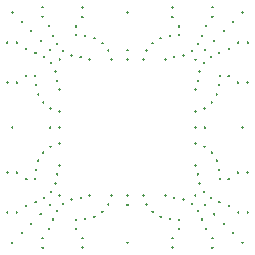
<source format=gbr>
G04 ===== Begin FILE IDENTIFICATION =====*
G04 File Format:  Gerber RS274X*
G04 ===== End FILE IDENTIFICATION =====*
%FSLAX24Y24*%
%MOIN*%
%SFA1.0000B1.0000*%
%OFA0.0B0.0*%
%ADD10C,0.000984*%
%LNvia*%
%IPPOS*%
%LPD*%
G75*
G36*
G01X1303Y8102D02*
G01X1296Y8103D01*
G01X1289Y8105D01*
G01X1283Y8108D01*
G01X1277Y8112D01*
G01X1272Y8117D01*
G01X1268Y8123D01*
G01X1266Y8130D01*
G01X1264Y8136D01*
G01Y8144D01*
G01X1265Y8151D01*
G01X1267Y8157D01*
G01X1270Y8163D01*
G01X1275Y8169D01*
G01X1280Y8174D01*
G01X1286Y8177D01*
G01X1293Y8180D01*
G01X1300Y8181D01*
G01X1307D01*
G01X1314Y8180D01*
G01X1320Y8177D01*
G01X1326Y8174D01*
G01X1332Y8169D01*
G01X1336Y8163D01*
G01X1339Y8157D01*
G01X1342Y8151D01*
G01Y8144D01*
G01Y8136D01*
G01X1341Y8130D01*
G01X1338Y8123D01*
G01X1334Y8117D01*
G01X1329Y8112D01*
G01X1323Y8108D01*
G01X1317Y8105D01*
G01X1310Y8103D01*
G01X1303Y8102D01*
G37*
G36*
G01X2724Y7137D02*
G01X2717D01*
G01X2711Y7139D01*
G01X2704Y7142D01*
G01X2699Y7146D01*
G01X2694Y7151D01*
G01X2690Y7157D01*
G01X2687Y7164D01*
G01X2685Y7171D01*
G01Y7178D01*
G01X2686Y7185D01*
G01X2688Y7191D01*
G01X2692Y7198D01*
G01X2696Y7203D01*
G01X2701Y7208D01*
G01X2707Y7211D01*
G01X2714Y7214D01*
G01X2721Y7215D01*
G01X2728D01*
G01X2735Y7214D01*
G01X2742Y7211D01*
G01X2748Y7208D01*
G01X2753Y7203D01*
G01X2757Y7198D01*
G01X2761Y7191D01*
G01X2763Y7185D01*
G01X2764Y7178D01*
G01Y7171D01*
G01X2762Y7164D01*
G01X2759Y7157D01*
G01X2755Y7151D01*
G01X2750Y7146D01*
G01X2745Y7142D01*
G01X2738Y7139D01*
G01X2732Y7137D01*
G01X2724Y7137D01*
G37*
G36*
G01X6534Y2225D02*
G01X6527D01*
G01X6520Y2227D01*
G01X6513Y2230D01*
G01X6507Y2233D01*
G01X6502Y2238D01*
G01X6498Y2244D01*
G01X6495Y2250D01*
G01X6493Y2257D01*
G01X6492Y2264D01*
G01X6493Y2271D01*
G01X6495Y2278D01*
G01X6498Y2284D01*
G01X6502Y2290D01*
G01X6507Y2295D01*
G01X6513Y2299D01*
G01X6520Y2302D01*
G01X6527Y2303D01*
G01X6534Y2304D01*
G01X6541Y2303D01*
G01X6547Y2300D01*
G01X6554Y2297D01*
G01X6559Y2293D01*
G01X6564Y2287D01*
G01X6567Y2281D01*
G01X6570Y2275D01*
G01X6571Y2268D01*
G01Y2261D01*
G01X6570Y2254D01*
G01X6567Y2247D01*
G01X6564Y2241D01*
G01X6559Y2236D01*
G01X6554Y2231D01*
G01X6547Y2228D01*
G01X6541Y2226D01*
G01X6534Y2225D01*
G37*
G36*
G01X6486Y2532D02*
G01X6479D01*
G01X6472Y2533D01*
G01X6466Y2536D01*
G01X6460Y2540D01*
G01X6455Y2545D01*
G01X6450Y2551D01*
G01X6447Y2557D01*
G01X6446Y2564D01*
G01X6445Y2571D01*
G01X6446Y2578D01*
G01X6447Y2585D01*
G01X6450Y2591D01*
G01X6455Y2597D01*
G01X6460Y2602D01*
G01X6466Y2606D01*
G01X6472Y2608D01*
G01X6479Y2610D01*
G01X6486D01*
G01X6493Y2609D01*
G01X6500Y2607D01*
G01X6506Y2604D01*
G01X6511Y2599D01*
G01X6516Y2594D01*
G01X6520Y2588D01*
G01X6522Y2581D01*
G01X6523Y2574D01*
G01Y2567D01*
G01X6522Y2560D01*
G01X6520Y2554D01*
G01X6516Y2548D01*
G01X6511Y2542D01*
G01X6506Y2538D01*
G01X6500Y2535D01*
G01X6493Y2532D01*
G01X6486Y2532D01*
G37*
G36*
G01X7514Y6716D02*
G01X7507D01*
G01X7500Y6718D01*
G01X7493Y6721D01*
G01X7487Y6725D01*
G01X7482Y6729D01*
G01X7478Y6735D01*
G01X7475Y6741D01*
G01X7473Y6748D01*
G01X7472Y6755D01*
G01X7473Y6762D01*
G01X7475Y6769D01*
G01X7478Y6775D01*
G01X7482Y6781D01*
G01X7487Y6786D01*
G01X7493Y6790D01*
G01X7500Y6793D01*
G01X7507Y6794D01*
G01X7514Y6795D01*
G01X7521Y6794D01*
G01X7527Y6791D01*
G01X7534Y6788D01*
G01X7539Y6784D01*
G01X7544Y6778D01*
G01X7547Y6772D01*
G01X7550Y6766D01*
G01X7551Y6759D01*
G01Y6752D01*
G01X7550Y6745D01*
G01X7547Y6738D01*
G01X7544Y6732D01*
G01X7539Y6727D01*
G01X7534Y6722D01*
G01X7527Y6719D01*
G01X7521Y6717D01*
G01X7514Y6716D01*
G37*
G36*
G01X6400Y2824D02*
G01X6393D01*
G01X6386Y2826D01*
G01X6379Y2829D01*
G01X6374Y2833D01*
G01X6368Y2837D01*
G01X6364Y2843D01*
G01X6361Y2849D01*
G01X6359Y2856D01*
G01Y2863D01*
G01Y2870D01*
G01X6361Y2877D01*
G01X6364Y2884D01*
G01X6368Y2889D01*
G01X6374Y2894D01*
G01X6379Y2898D01*
G01X6386Y2901D01*
G01X6393Y2902D01*
G01X6400Y2903D01*
G01X6407Y2902D01*
G01X6414Y2899D01*
G01X6420Y2896D01*
G01X6425Y2892D01*
G01X6430Y2886D01*
G01X6434Y2880D01*
G01X6436Y2874D01*
G01X6437Y2867D01*
G01Y2860D01*
G01X6436Y2853D01*
G01X6434Y2846D01*
G01X6430Y2840D01*
G01X6425Y2835D01*
G01X6420Y2830D01*
G01X6414Y2827D01*
G01X6407Y2825D01*
G01X6400Y2824D01*
G37*
G36*
G01X8136Y2595D02*
G01X8129D01*
G01X8122Y2596D01*
G01X8115Y2599D01*
G01X8109Y2603D01*
G01X8104Y2608D01*
G01X8100Y2614D01*
G01X8097Y2620D01*
G01X8095Y2627D01*
G01X8094Y2634D01*
G01X8095Y2641D01*
G01X8097Y2648D01*
G01X8100Y2654D01*
G01X8104Y2660D01*
G01X8109Y2665D01*
G01X8115Y2669D01*
G01X8122Y2671D01*
G01X8129Y2673D01*
G01X8136D01*
G01X8143Y2672D01*
G01X8149Y2670D01*
G01X8156Y2667D01*
G01X8161Y2662D01*
G01X8166Y2657D01*
G01X8169Y2651D01*
G01X8172Y2644D01*
G01X8173Y2637D01*
G01Y2630D01*
G01X8172Y2623D01*
G01X8169Y2617D01*
G01X8166Y2611D01*
G01X8161Y2605D01*
G01X8156Y2601D01*
G01X8149Y2598D01*
G01X8143Y2595D01*
G01X8136Y2595D01*
G37*
G36*
G01X7821Y2595D02*
G01X7814D01*
G01X7807Y2596D01*
G01X7800Y2599D01*
G01X7794Y2603D01*
G01X7789Y2608D01*
G01X7785Y2614D01*
G01X7782Y2620D01*
G01X7780Y2627D01*
G01Y2634D01*
G01Y2641D01*
G01X7782Y2648D01*
G01X7785Y2654D01*
G01X7789Y2660D01*
G01X7794Y2665D01*
G01X7800Y2669D01*
G01X7807Y2671D01*
G01X7814Y2673D01*
G01X7821D01*
G01X7828Y2672D01*
G01X7834Y2670D01*
G01X7841Y2667D01*
G01X7846Y2662D01*
G01X7851Y2657D01*
G01X7854Y2651D01*
G01X7857Y2644D01*
G01X7858Y2637D01*
G01Y2630D01*
G01X7857Y2623D01*
G01X7854Y2617D01*
G01X7851Y2611D01*
G01X7846Y2605D01*
G01X7841Y2601D01*
G01X7834Y2598D01*
G01X7828Y2595D01*
G01X7821Y2595D01*
G37*
G36*
G01X7506Y2375D02*
G01X7499Y2376D01*
G01X7492Y2377D01*
G01X7485Y2380D01*
G01X7479Y2384D01*
G01X7474Y2389D01*
G01X7470Y2394D01*
G01X7467Y2401D01*
G01X7465Y2408D01*
G01Y2415D01*
G01Y2422D01*
G01X7467Y2428D01*
G01X7470Y2435D01*
G01X7474Y2441D01*
G01X7479Y2445D01*
G01X7485Y2449D01*
G01X7492Y2452D01*
G01X7499Y2454D01*
G01X7506D01*
G01X7513Y2453D01*
G01X7519Y2451D01*
G01X7526Y2447D01*
G01X7531Y2443D01*
G01X7536Y2438D01*
G01X7539Y2432D01*
G01X7542Y2425D01*
G01X7543Y2418D01*
G01Y2411D01*
G01X7542Y2404D01*
G01X7539Y2398D01*
G01X7536Y2391D01*
G01X7531Y2386D01*
G01X7526Y2382D01*
G01X7519Y2378D01*
G01X7513Y2376D01*
G01X7506Y2375D01*
G37*
G36*
G01X7222Y2381D02*
G01X7215D01*
G01X7208Y2383D01*
G01X7202Y2385D01*
G01X7196Y2389D01*
G01X7191Y2394D01*
G01X7187Y2400D01*
G01X7184Y2406D01*
G01X7182Y2413D01*
G01X7181Y2420D01*
G01X7182Y2427D01*
G01X7184Y2434D01*
G01X7187Y2440D01*
G01X7191Y2446D01*
G01X7196Y2451D01*
G01X7202Y2455D01*
G01X7208Y2458D01*
G01X7215Y2459D01*
G01X7222D01*
G01X7229D01*
G01X7236Y2456D01*
G01X7242Y2453D01*
G01X7248Y2449D01*
G01X7252Y2443D01*
G01X7256Y2437D01*
G01X7259Y2431D01*
G01X7260Y2424D01*
G01Y2417D01*
G01X7259Y2410D01*
G01X7256Y2403D01*
G01X7252Y2397D01*
G01X7248Y2392D01*
G01X7242Y2387D01*
G01X7236Y2384D01*
G01X7229Y2382D01*
G01X7222Y2381D01*
G37*
G36*
G01X7178Y2685D02*
G01X7171D01*
G01X7164Y2687D01*
G01X7157Y2690D01*
G01X7151Y2694D01*
G01X7146Y2699D01*
G01X7142Y2704D01*
G01X7139Y2711D01*
G01X7137Y2717D01*
G01Y2724D01*
G01Y2732D01*
G01X7139Y2738D01*
G01X7142Y2745D01*
G01X7146Y2750D01*
G01X7151Y2755D01*
G01X7157Y2759D01*
G01X7164Y2762D01*
G01X7171Y2764D01*
G01X7178D01*
G01X7185Y2763D01*
G01X7191Y2761D01*
G01X7198Y2757D01*
G01X7203Y2753D01*
G01X7208Y2748D01*
G01X7211Y2742D01*
G01X7214Y2735D01*
G01X7215Y2728D01*
G01Y2721D01*
G01X7214Y2714D01*
G01X7211Y2707D01*
G01X7208Y2701D01*
G01X7203Y2696D01*
G01X7198Y2692D01*
G01X7191Y2688D01*
G01X7185Y2686D01*
G01X7178Y2685D01*
G37*
G36*
G01X7109Y2992D02*
G01X7102D01*
G01X7096Y2994D01*
G01X7089Y2996D01*
G01X7083Y3000D01*
G01X7078Y3005D01*
G01X7074Y3011D01*
G01X7071Y3017D01*
G01X7069Y3024D01*
G01X7068Y3031D01*
G01X7069Y3038D01*
G01X7071Y3045D01*
G01X7074Y3051D01*
G01X7078Y3057D01*
G01X7083Y3062D01*
G01X7089Y3066D01*
G01X7096Y3069D01*
G01X7102Y3070D01*
G01X7109Y3071D01*
G01X7116Y3070D01*
G01X7123Y3067D01*
G01X7129Y3064D01*
G01X7135Y3060D01*
G01X7140Y3054D01*
G01X7143Y3048D01*
G01X7146Y3042D01*
G01X7147Y3035D01*
G01Y3028D01*
G01X7146Y3021D01*
G01X7143Y3014D01*
G01X7140Y3008D01*
G01X7135Y3003D01*
G01X7129Y2998D01*
G01X7123Y2995D01*
G01X7116Y2993D01*
G01X7109Y2992D01*
G37*
G36*
G01X6944Y3259D02*
G01X6937D01*
G01X6930Y3261D01*
G01X6923Y3263D01*
G01X6917Y3267D01*
G01X6912Y3272D01*
G01X6908Y3278D01*
G01X6905Y3284D01*
G01X6903Y3291D01*
G01Y3298D01*
G01Y3305D01*
G01X6905Y3312D01*
G01X6908Y3318D01*
G01X6912Y3324D01*
G01X6917Y3329D01*
G01X6923Y3333D01*
G01X6930Y3336D01*
G01X6937Y3337D01*
G01X6944D01*
G01X6951Y3336D01*
G01X6957Y3334D01*
G01X6964Y3331D01*
G01X6969Y3327D01*
G01X6974Y3321D01*
G01X6977Y3315D01*
G01X6980Y3309D01*
G01X6981Y3302D01*
G01Y3295D01*
G01X6980Y3288D01*
G01X6977Y3281D01*
G01X6974Y3275D01*
G01X6969Y3270D01*
G01X6964Y3265D01*
G01X6957Y3262D01*
G01X6951Y3260D01*
G01X6944Y3259D01*
G37*
G36*
G01X6699Y3456D02*
G01X6692D01*
G01X6685Y3458D01*
G01X6679Y3460D01*
G01X6673Y3464D01*
G01X6668Y3469D01*
G01X6663Y3475D01*
G01X6660Y3481D01*
G01X6659Y3488D01*
G01X6658Y3495D01*
G01X6659Y3502D01*
G01X6660Y3509D01*
G01X6663Y3515D01*
G01X6668Y3521D01*
G01X6673Y3526D01*
G01X6679Y3530D01*
G01X6685Y3533D01*
G01X6692Y3534D01*
G01X6699D01*
G01X6706D01*
G01X6713Y3531D01*
G01X6719Y3528D01*
G01X6724Y3524D01*
G01X6729Y3518D01*
G01X6733Y3512D01*
G01X6735Y3506D01*
G01X6736Y3499D01*
G01Y3492D01*
G01X6735Y3485D01*
G01X6733Y3478D01*
G01X6729Y3472D01*
G01X6724Y3467D01*
G01X6719Y3462D01*
G01X6713Y3459D01*
G01X6706Y3457D01*
G01X6699Y3456D01*
G37*
G36*
G01X6403Y3561D02*
G01X6396D01*
G01X6389Y3563D01*
G01X6382Y3566D01*
G01X6377Y3569D01*
G01X6371Y3574D01*
G01X6367Y3580D01*
G01X6364Y3586D01*
G01X6362Y3593D01*
G01Y3600D01*
G01Y3607D01*
G01X6364Y3614D01*
G01X6367Y3620D01*
G01X6371Y3626D01*
G01X6377Y3631D01*
G01X6382Y3635D01*
G01X6389Y3638D01*
G01X6396Y3639D01*
G01X6403Y3640D01*
G01X6410Y3639D01*
G01X6417Y3636D01*
G01X6423Y3633D01*
G01X6428Y3629D01*
G01X6433Y3623D01*
G01X6437Y3617D01*
G01X6439Y3611D01*
G01X6440Y3604D01*
G01Y3597D01*
G01X6439Y3590D01*
G01X6437Y3583D01*
G01X6433Y3577D01*
G01X6428Y3572D01*
G01X6423Y3567D01*
G01X6417Y3564D01*
G01X6410Y3562D01*
G01X6403Y3561D01*
G37*
G36*
G01X7022Y1201D02*
G01X7015Y1202D01*
G01X7008Y1205D01*
G01X7002Y1208D01*
G01X6997Y1213D01*
G01X6992Y1218D01*
G01X6989Y1225D01*
G01X6987Y1231D01*
G01X6986Y1238D01*
G01Y1245D01*
G01X6988Y1252D01*
G01X6991Y1259D01*
G01X6994Y1265D01*
G01X6999Y1270D01*
G01X7005Y1274D01*
G01X7011Y1277D01*
G01X7018Y1279D01*
G01X7025Y1280D01*
G01X7032Y1279D01*
G01X7039Y1277D01*
G01X7045Y1274D01*
G01X7051Y1270D01*
G01X7056Y1265D01*
G01X7060Y1259D01*
G01X7063Y1252D01*
G01X7064Y1245D01*
G01X7065Y1238D01*
G01X7064Y1231D01*
G01X7061Y1225D01*
G01X7058Y1218D01*
G01X7054Y1213D01*
G01X7048Y1208D01*
G01X7042Y1205D01*
G01X7036Y1202D01*
G01X7029Y1201D01*
G01X7022D01*
G37*
G36*
G01X6706Y1516D02*
G01X6699Y1517D01*
G01X6693Y1520D01*
G01X6686Y1523D01*
G01X6681Y1528D01*
G01X6677Y1533D01*
G01X6673Y1540D01*
G01X6671Y1546D01*
G01X6670Y1553D01*
G01X6671Y1560D01*
G01X6672Y1567D01*
G01X6675Y1574D01*
G01X6679Y1580D01*
G01X6684Y1585D01*
G01X6689Y1589D01*
G01X6696Y1592D01*
G01X6703Y1594D01*
G01X6710D01*
G01X6717D01*
G01X6723Y1592D01*
G01X6730Y1589D01*
G01X6736Y1585D01*
G01X6740Y1580D01*
G01X6744Y1574D01*
G01X6747Y1567D01*
G01X6749Y1560D01*
G01Y1553D01*
G01X6748Y1546D01*
G01X6746Y1540D01*
G01X6742Y1533D01*
G01X6738Y1528D01*
G01X6733Y1523D01*
G01X6727Y1520D01*
G01X6720Y1517D01*
G01X6713Y1516D01*
G01X6706D01*
G37*
G36*
G01X6391Y1831D02*
G01X6384Y1832D01*
G01X6377Y1835D01*
G01X6371Y1838D01*
G01X6366Y1843D01*
G01X6361Y1848D01*
G01X6358Y1855D01*
G01X6356Y1861D01*
G01X6355Y1868D01*
G01Y1875D01*
G01X6357Y1882D01*
G01X6359Y1889D01*
G01X6363Y1895D01*
G01X6368Y1900D01*
G01X6374Y1904D01*
G01X6380Y1907D01*
G01X6387Y1909D01*
G01X6394D01*
G01X6401D01*
G01X6408Y1907D01*
G01X6414Y1904D01*
G01X6420Y1900D01*
G01X6425Y1895D01*
G01X6429Y1889D01*
G01X6431Y1882D01*
G01X6433Y1875D01*
G01Y1868D01*
G01X6432Y1861D01*
G01X6430Y1855D01*
G01X6427Y1848D01*
G01X6423Y1843D01*
G01X6417Y1838D01*
G01X6411Y1835D01*
G01X6405Y1832D01*
G01X6398Y1831D01*
G01X6391D01*
G37*
G36*
G01X7968Y256D02*
G01X7961Y257D01*
G01X7955Y260D01*
G01X7949Y263D01*
G01X7943Y268D01*
G01X7939Y274D01*
G01X7936Y280D01*
G01X7934Y286D01*
G01X7933Y294D01*
G01Y301D01*
G01X7934Y307D01*
G01X7937Y314D01*
G01X7941Y320D01*
G01X7946Y325D01*
G01X7952Y329D01*
G01X7958Y332D01*
G01X7965Y334D01*
G01X7972Y335D01*
G01X7979Y334D01*
G01X7986Y332D01*
G01X7992Y329D01*
G01X7998Y325D01*
G01X8003Y320D01*
G01X8007Y314D01*
G01X8009Y307D01*
G01X8011Y301D01*
G01Y294D01*
G01X8010Y286D01*
G01X8008Y280D01*
G01X8005Y274D01*
G01X8000Y268D01*
G01X7995Y263D01*
G01X7989Y260D01*
G01X7982Y257D01*
G01X7975Y256D01*
G01X7968D01*
G37*
G36*
G01X7653Y571D02*
G01X7646Y572D01*
G01X7639Y575D01*
G01X7633Y578D01*
G01X7628Y583D01*
G01X7623Y589D01*
G01X7620Y595D01*
G01X7618Y601D01*
G01X7617Y608D01*
G01Y616D01*
G01X7619Y622D01*
G01X7622Y629D01*
G01X7626Y635D01*
G01X7630Y640D01*
G01X7636Y644D01*
G01X7642Y647D01*
G01X7649Y649D01*
G01X7656Y650D01*
G01X7663Y649D01*
G01X7670Y647D01*
G01X7676Y644D01*
G01X7682Y640D01*
G01X7687Y635D01*
G01X7691Y629D01*
G01X7694Y622D01*
G01X7695Y616D01*
G01X7696Y608D01*
G01X7695Y601D01*
G01X7693Y595D01*
G01X7689Y589D01*
G01X7685Y583D01*
G01X7679Y578D01*
G01X7673Y575D01*
G01X7667Y572D01*
G01X7660Y571D01*
G01X7653D01*
G37*
G36*
G01X7337Y886D02*
G01X7330Y887D01*
G01X7324Y890D01*
G01X7318Y893D01*
G01X7312Y898D01*
G01X7308Y904D01*
G01X7305Y910D01*
G01X7302Y916D01*
G01X7301Y923D01*
G01X7302Y930D01*
G01X7303Y937D01*
G01X7306Y944D01*
G01X7310Y950D01*
G01X7315Y955D01*
G01X7321Y959D01*
G01X7327Y962D01*
G01X7334Y964D01*
G01X7341Y965D01*
G01X7348Y964D01*
G01X7355Y962D01*
G01X7361Y959D01*
G01X7367Y955D01*
G01X7372Y950D01*
G01X7375Y944D01*
G01X7378Y937D01*
G01X7380Y930D01*
G01Y923D01*
G01X7379Y916D01*
G01X7377Y910D01*
G01X7374Y904D01*
G01X7369Y898D01*
G01X7364Y893D01*
G01X7358Y890D01*
G01X7351Y887D01*
G01X7344Y886D01*
G01X7337D01*
G37*
G36*
G01X6961Y87D02*
G01X6954Y88D01*
G01X6947Y91D01*
G01X6941Y94D01*
G01X6936Y99D01*
G01X6932Y104D01*
G01X6928Y111D01*
G01X6926Y117D01*
G01X6925Y124D01*
G01X6926Y131D01*
G01X6927Y138D01*
G01X6930Y145D01*
G01X6934Y151D01*
G01X6939Y156D01*
G01X6944Y160D01*
G01X6951Y163D01*
G01X6958Y165D01*
G01X6965D01*
G01X6972D01*
G01X6978Y163D01*
G01X6985Y160D01*
G01X6990Y156D01*
G01X6995Y151D01*
G01X6999Y145D01*
G01X7002Y138D01*
G01X7004Y131D01*
G01Y124D01*
G01X7003Y117D01*
G01X7001Y111D01*
G01X6997Y104D01*
G01X6993Y99D01*
G01X6988Y94D01*
G01X6982Y91D01*
G01X6975Y88D01*
G01X6968Y87D01*
G01X6961D01*
G37*
G36*
G01X6961Y402D02*
G01X6954Y403D01*
G01X6947Y405D01*
G01X6941Y409D01*
G01X6936Y414D01*
G01X6932Y419D01*
G01X6928Y425D01*
G01X6926Y432D01*
G01X6925Y439D01*
G01X6926Y446D01*
G01X6927Y453D01*
G01X6930Y460D01*
G01X6934Y465D01*
G01X6939Y471D01*
G01X6944Y475D01*
G01X6951Y478D01*
G01X6958Y480D01*
G01X6965D01*
G01X6972D01*
G01X6978Y478D01*
G01X6985Y475D01*
G01X6990Y471D01*
G01X6995Y465D01*
G01X6999Y460D01*
G01X7002Y453D01*
G01X7004Y446D01*
G01Y439D01*
G01X7003Y432D01*
G01X7001Y425D01*
G01X6997Y419D01*
G01X6993Y414D01*
G01X6988Y409D01*
G01X6982Y405D01*
G01X6975Y403D01*
G01X6968Y402D01*
G01X6961D01*
G37*
G36*
G01X6752Y717D02*
G01X6745Y718D01*
G01X6738Y720D01*
G01X6732Y724D01*
G01X6727Y729D01*
G01X6722Y734D01*
G01X6719Y740D01*
G01X6717Y747D01*
G01X6716Y754D01*
G01Y761D01*
G01X6718Y768D01*
G01X6721Y775D01*
G01X6725Y780D01*
G01X6729Y786D01*
G01X6735Y790D01*
G01X6741Y793D01*
G01X6748Y795D01*
G01X6755D01*
G01X6762D01*
G01X6769Y793D01*
G01X6775Y790D01*
G01X6781Y786D01*
G01X6786Y780D01*
G01X6790Y775D01*
G01X6793Y768D01*
G01X6794Y761D01*
G01X6795Y754D01*
G01X6794Y747D01*
G01X6791Y740D01*
G01X6788Y734D01*
G01X6784Y729D01*
G01X6778Y724D01*
G01X6772Y720D01*
G01X6766Y718D01*
G01X6759Y717D01*
G01X6752D01*
G37*
G36*
G01X6615Y1030D02*
G01X6608Y1031D01*
G01X6602Y1034D01*
G01X6596Y1037D01*
G01X6590Y1042D01*
G01X6586Y1048D01*
G01X6583Y1054D01*
G01X6580Y1060D01*
G01X6579Y1067D01*
G01X6580Y1075D01*
G01X6581Y1081D01*
G01X6584Y1088D01*
G01X6588Y1094D01*
G01X6593Y1099D01*
G01X6599Y1103D01*
G01X6605Y1106D01*
G01X6612Y1108D01*
G01X6619Y1109D01*
G01X6626Y1108D01*
G01X6633Y1106D01*
G01X6639Y1103D01*
G01X6645Y1099D01*
G01X6650Y1094D01*
G01X6653Y1088D01*
G01X6656Y1081D01*
G01X6658Y1075D01*
G01Y1067D01*
G01X6657Y1060D01*
G01X6655Y1054D01*
G01X6652Y1048D01*
G01X6647Y1042D01*
G01X6642Y1037D01*
G01X6636Y1034D01*
G01X6629Y1031D01*
G01X6622Y1030D01*
G01X6615D01*
G37*
G36*
G01X7506Y5814D02*
G01X7499D01*
G01X7492Y5816D01*
G01X7485Y5818D01*
G01X7479Y5822D01*
G01X7474Y5827D01*
G01X7470Y5833D01*
G01X7467Y5839D01*
G01X7465Y5846D01*
G01Y5853D01*
G01Y5860D01*
G01X7467Y5867D01*
G01X7470Y5873D01*
G01X7474Y5879D01*
G01X7479Y5884D01*
G01X7485Y5888D01*
G01X7492Y5891D01*
G01X7499Y5892D01*
G01X7506D01*
G01X7513Y5891D01*
G01X7519Y5889D01*
G01X7526Y5886D01*
G01X7531Y5882D01*
G01X7536Y5876D01*
G01X7539Y5870D01*
G01X7542Y5864D01*
G01X7543Y5857D01*
G01Y5850D01*
G01X7542Y5843D01*
G01X7539Y5836D01*
G01X7536Y5830D01*
G01X7531Y5825D01*
G01X7526Y5820D01*
G01X7519Y5817D01*
G01X7513Y5815D01*
G01X7506Y5814D01*
G37*
G36*
G01X1865Y4628D02*
G01X1858Y4629D01*
G01X1851Y4631D01*
G01X1845Y4635D01*
G01X1839Y4639D01*
G01X1835Y4644D01*
G01X1831Y4650D01*
G01X1829Y4657D01*
G01X1827Y4664D01*
G01Y4671D01*
G01X1829Y4678D01*
G01X1831Y4685D01*
G01X1835Y4691D01*
G01X1839Y4696D01*
G01X1845Y4700D01*
G01X1851Y4704D01*
G01X1858Y4706D01*
G01X1865Y4707D01*
G01X1872Y4706D01*
G01X1879Y4705D01*
G01X1885Y4702D01*
G01X1891Y4698D01*
G01X1896Y4693D01*
G01X1900Y4688D01*
G01X1903Y4681D01*
G01X1905Y4674D01*
G01X1906Y4667D01*
G01X1905Y4660D01*
G01X1903Y4654D01*
G01X1900Y4647D01*
G01X1896Y4642D01*
G01X1891Y4637D01*
G01X1885Y4633D01*
G01X1879Y4630D01*
G01X1872Y4628D01*
G01X1865Y4628D01*
G37*
G36*
G01X6490Y1318D02*
G01X6484Y1320D01*
G01X6477Y1322D01*
G01X6471Y1326D01*
G01X6466Y1330D01*
G01X6461Y1336D01*
G01X6458Y1342D01*
G01X6456Y1349D01*
G01X6455Y1356D01*
G01Y1363D01*
G01X6457Y1370D01*
G01X6459Y1376D01*
G01X6463Y1382D01*
G01X6468Y1387D01*
G01X6474Y1391D01*
G01X6480Y1394D01*
G01X6487Y1396D01*
G01X6494Y1397D01*
G01X6501Y1396D01*
G01X6508Y1394D01*
G01X6514Y1391D01*
G01X6520Y1387D01*
G01X6525Y1382D01*
G01X6529Y1376D01*
G01X6531Y1370D01*
G01X6533Y1363D01*
G01Y1356D01*
G01X6532Y1349D01*
G01X6530Y1342D01*
G01X6527Y1336D01*
G01X6522Y1330D01*
G01X6517Y1326D01*
G01X6511Y1322D01*
G01X6504Y1320D01*
G01X6498Y1318D01*
G01X6490D01*
G37*
G36*
G01X6277Y1549D02*
G01X6270Y1550D01*
G01X6264Y1553D01*
G01X6258Y1557D01*
G01X6252Y1561D01*
G01X6248Y1567D01*
G01X6245Y1573D01*
G01X6243Y1580D01*
G01X6242Y1587D01*
G01Y1594D01*
G01X6243Y1601D01*
G01X6246Y1607D01*
G01X6250Y1613D01*
G01X6255Y1618D01*
G01X6261Y1622D01*
G01X6267Y1625D01*
G01X6274Y1627D01*
G01X6281Y1628D01*
G01X6288Y1627D01*
G01X6295Y1625D01*
G01X6301Y1622D01*
G01X6307Y1618D01*
G01X6312Y1613D01*
G01X6316Y1607D01*
G01X6318Y1601D01*
G01X6320Y1594D01*
G01Y1587D01*
G01X6319Y1580D01*
G01X6317Y1573D01*
G01X6314Y1567D01*
G01X6309Y1561D01*
G01X6304Y1557D01*
G01X6298Y1553D01*
G01X6291Y1550D01*
G01X6284Y1549D01*
G01X6277D01*
G37*
G36*
G01X6000Y1697D02*
G01X5993Y1698D01*
G01X5986Y1700D01*
G01X5980Y1704D01*
G01X5975Y1709D01*
G01X5971Y1714D01*
G01X5967Y1720D01*
G01X5965Y1727D01*
G01X5964Y1734D01*
G01Y1741D01*
G01X5966Y1748D01*
G01X5969Y1755D01*
G01X5973Y1760D01*
G01X5978Y1766D01*
G01X5983Y1770D01*
G01X5990Y1773D01*
G01X5996Y1775D01*
G01X6003D01*
G01X6010D01*
G01X6017Y1773D01*
G01X6024Y1770D01*
G01X6029Y1766D01*
G01X6034Y1760D01*
G01X6038Y1755D01*
G01X6041Y1748D01*
G01X6042Y1741D01*
G01X6043Y1734D01*
G01X6042Y1727D01*
G01X6040Y1720D01*
G01X6036Y1714D01*
G01X6032Y1709D01*
G01X6027Y1704D01*
G01X6021Y1700D01*
G01X6014Y1698D01*
G01X6007Y1697D01*
G01X6000D01*
G37*
G36*
G01X5693Y1744D02*
G01X5686Y1746D01*
G01X5680Y1748D01*
G01X5674Y1752D01*
G01X5668Y1756D01*
G01X5664Y1762D01*
G01X5661Y1768D01*
G01X5658Y1775D01*
G01Y1782D01*
G01Y1789D01*
G01X5659Y1796D01*
G01X5662Y1802D01*
G01X5666Y1808D01*
G01X5671Y1813D01*
G01X5677Y1817D01*
G01X5683Y1820D01*
G01X5690Y1822D01*
G01X5697Y1823D01*
G01X5704Y1822D01*
G01X5711Y1820D01*
G01X5717Y1817D01*
G01X5723Y1813D01*
G01X5728Y1808D01*
G01X5732Y1802D01*
G01X5734Y1796D01*
G01X5736Y1789D01*
G01Y1782D01*
G01X5735Y1775D01*
G01X5733Y1768D01*
G01X5730Y1762D01*
G01X5725Y1756D01*
G01X5720Y1752D01*
G01X5714Y1748D01*
G01X5707Y1746D01*
G01X5700Y1744D01*
G01X5693D01*
G37*
G36*
G01X1774Y6871D02*
G01X1767D01*
G01X1760Y6873D01*
G01X1754Y6876D01*
G01X1748Y6881D01*
G01X1743Y6886D01*
G01X1739Y6891D01*
G01X1736Y6898D01*
G01X1735Y6905D01*
G01X1734Y6912D01*
G01X1735Y6919D01*
G01X1738Y6926D01*
G01X1741Y6932D01*
G01X1745Y6937D01*
G01X1751Y6942D01*
G01X1757Y6946D01*
G01X1763Y6948D01*
G01X1770Y6949D01*
G01X1777D01*
G01X1784Y6948D01*
G01X1791Y6946D01*
G01X1797Y6942D01*
G01X1802Y6937D01*
G01X1807Y6932D01*
G01X1810Y6926D01*
G01X1812Y6919D01*
G01X1813Y6912D01*
G01Y6905D01*
G01X1811Y6898D01*
G01X1808Y6891D01*
G01X1804Y6886D01*
G01X1800Y6881D01*
G01X1794Y6876D01*
G01X1788Y6873D01*
G01X1781Y6871D01*
G01X1774Y6871D01*
G37*
G36*
G01X608Y572D02*
G01X601Y573D01*
G01X595Y575D01*
G01X589Y579D01*
G01X583Y583D01*
G01X578Y588D01*
G01X575Y594D01*
G01X572Y601D01*
G01X571Y608D01*
G01Y615D01*
G01X572Y622D01*
G01X575Y628D01*
G01X578Y635D01*
G01X583Y640D01*
G01X589Y644D01*
G01X595Y648D01*
G01X601Y650D01*
G01X608Y651D01*
G01X616Y650D01*
G01X622Y649D01*
G01X629Y646D01*
G01X635Y642D01*
G01X640Y637D01*
G01X644Y632D01*
G01X647Y625D01*
G01X649Y618D01*
G01X650Y611D01*
G01X649Y604D01*
G01X647Y598D01*
G01X644Y591D01*
G01X640Y586D01*
G01X635Y581D01*
G01X629Y577D01*
G01X622Y574D01*
G01X616Y572D01*
G01X608Y572D01*
G37*
G36*
G01X2721Y1053D02*
G01X2714Y1054D01*
G01X2707Y1056D01*
G01X2701Y1060D01*
G01X2696Y1065D01*
G01X2692Y1070D01*
G01X2688Y1076D01*
G01X2686Y1083D01*
G01X2685Y1090D01*
G01Y1097D01*
G01X2687Y1104D01*
G01X2690Y1110D01*
G01X2694Y1116D01*
G01X2699Y1121D01*
G01X2704Y1126D01*
G01X2711Y1129D01*
G01X2717Y1130D01*
G01X2724Y1131D01*
G01X2732Y1130D01*
G01X2738Y1129D01*
G01X2745Y1126D01*
G01X2750Y1121D01*
G01X2755Y1116D01*
G01X2759Y1110D01*
G01X2762Y1104D01*
G01X2764Y1097D01*
G01Y1090D01*
G01X2763Y1083D01*
G01X2761Y1076D01*
G01X2757Y1070D01*
G01X2753Y1065D01*
G01X2748Y1060D01*
G01X2742Y1056D01*
G01X2735Y1054D01*
G01X2728Y1053D01*
G01X2721D01*
G37*
G36*
G01X5401Y1830D02*
G01X5394Y1832D01*
G01X5387Y1834D01*
G01X5381Y1838D01*
G01X5376Y1842D01*
G01X5372Y1848D01*
G01X5368Y1854D01*
G01X5366Y1861D01*
G01X5365Y1868D01*
G01Y1875D01*
G01X5367Y1882D01*
G01X5370Y1888D01*
G01X5374Y1894D01*
G01X5379Y1899D01*
G01X5384Y1903D01*
G01X5391Y1906D01*
G01X5397Y1908D01*
G01X5404Y1909D01*
G01X5411Y1908D01*
G01X5418Y1906D01*
G01X5425Y1903D01*
G01X5430Y1899D01*
G01X5435Y1894D01*
G01X5439Y1888D01*
G01X5442Y1882D01*
G01X5443Y1875D01*
G01X5444Y1868D01*
G01X5443Y1861D01*
G01X5441Y1854D01*
G01X5437Y1848D01*
G01X5433Y1842D01*
G01X5428Y1838D01*
G01X5421Y1834D01*
G01X5415Y1832D01*
G01X5408Y1830D01*
G01X5401D01*
G37*
G36*
G01X5630Y95D02*
G01X5623Y96D01*
G01X5617Y98D01*
G01X5611Y102D01*
G01X5605Y107D01*
G01X5601Y112D01*
G01X5598Y118D01*
G01X5595Y125D01*
G01Y132D01*
G01Y139D01*
G01X5596Y146D01*
G01X5599Y153D01*
G01X5603Y158D01*
G01X5608Y164D01*
G01X5614Y168D01*
G01X5620Y171D01*
G01X5627Y173D01*
G01X5634D01*
G01X5641D01*
G01X5648Y171D01*
G01X5654Y168D01*
G01X5660Y164D01*
G01X5665Y158D01*
G01X5669Y153D01*
G01X5671Y146D01*
G01X5673Y139D01*
G01Y132D01*
G01X5672Y125D01*
G01X5670Y118D01*
G01X5667Y112D01*
G01X5662Y107D01*
G01X5657Y102D01*
G01X5651Y98D01*
G01X5644Y96D01*
G01X5637Y95D01*
G01X5630D01*
G37*
G36*
G01X3295Y1287D02*
G01X3288Y1288D01*
G01X3281Y1290D01*
G01X3275Y1294D01*
G01X3270Y1299D01*
G01X3265Y1304D01*
G01X3262Y1310D01*
G01X3260Y1317D01*
G01X3259Y1324D01*
G01Y1331D01*
G01X3261Y1338D01*
G01X3263Y1344D01*
G01X3267Y1350D01*
G01X3272Y1355D01*
G01X3278Y1360D01*
G01X3284Y1363D01*
G01X3291Y1365D01*
G01X3298D01*
G01X3305D01*
G01X3312Y1363D01*
G01X3318Y1360D01*
G01X3324Y1355D01*
G01X3329Y1350D01*
G01X3333Y1344D01*
G01X3336Y1338D01*
G01X3337Y1331D01*
G01Y1324D01*
G01X3336Y1317D01*
G01X3334Y1310D01*
G01X3331Y1304D01*
G01X3327Y1299D01*
G01X3321Y1294D01*
G01X3315Y1290D01*
G01X3309Y1288D01*
G01X3302Y1287D01*
G01X3295D01*
G37*
G36*
G01X5630Y410D02*
G01X5623Y411D01*
G01X5617Y413D01*
G01X5611Y417D01*
G01X5605Y422D01*
G01X5601Y427D01*
G01X5598Y433D01*
G01X5595Y440D01*
G01Y447D01*
G01Y454D01*
G01X5596Y461D01*
G01X5599Y467D01*
G01X5603Y473D01*
G01X5608Y478D01*
G01X5614Y483D01*
G01X5620Y486D01*
G01X5627Y488D01*
G01X5634D01*
G01X5641D01*
G01X5648Y486D01*
G01X5654Y483D01*
G01X5660Y478D01*
G01X5665Y473D01*
G01X5669Y467D01*
G01X5671Y461D01*
G01X5673Y454D01*
G01Y447D01*
G01X5672Y440D01*
G01X5670Y433D01*
G01X5667Y427D01*
G01X5662Y422D01*
G01X5657Y417D01*
G01X5651Y413D01*
G01X5644Y411D01*
G01X5637Y410D01*
G01X5630D01*
G37*
G36*
G01X5850Y725D02*
G01X5843Y726D01*
G01X5836Y728D01*
G01X5830Y732D01*
G01X5825Y737D01*
G01X5820Y742D01*
G01X5817Y748D01*
G01X5815Y755D01*
G01X5814Y762D01*
G01Y769D01*
G01X5816Y776D01*
G01X5818Y782D01*
G01X5822Y788D01*
G01X5827Y793D01*
G01X5833Y798D01*
G01X5839Y801D01*
G01X5846Y803D01*
G01X5853D01*
G01X5860D01*
G01X5867Y801D01*
G01X5873Y798D01*
G01X5879Y793D01*
G01X5884Y788D01*
G01X5888Y782D01*
G01X5891Y776D01*
G01X5892Y769D01*
G01Y762D01*
G01X5891Y755D01*
G01X5889Y748D01*
G01X5886Y742D01*
G01X5882Y737D01*
G01X5876Y732D01*
G01X5870Y728D01*
G01X5864Y726D01*
G01X5857Y725D01*
G01X5850D01*
G37*
G36*
G01X5844Y1008D02*
G01X5837Y1009D01*
G01X5831Y1012D01*
G01X5824Y1015D01*
G01X5819Y1020D01*
G01X5815Y1025D01*
G01X5811Y1032D01*
G01X5809Y1038D01*
G01X5808Y1045D01*
G01X5809Y1052D01*
G01X5810Y1059D01*
G01X5813Y1066D01*
G01X5817Y1072D01*
G01X5822Y1077D01*
G01X5827Y1081D01*
G01X5834Y1084D01*
G01X5841Y1086D01*
G01X5848Y1087D01*
G01X5855Y1086D01*
G01X5861Y1084D01*
G01X5868Y1081D01*
G01X5873Y1077D01*
G01X5878Y1072D01*
G01X5882Y1066D01*
G01X5885Y1059D01*
G01X5887Y1052D01*
G01Y1045D01*
G01X5886Y1038D01*
G01X5884Y1032D01*
G01X5880Y1025D01*
G01X5876Y1020D01*
G01X5871Y1015D01*
G01X5865Y1012D01*
G01X5858Y1009D01*
G01X5851Y1008D01*
G01X5844D01*
G37*
G36*
G01X7200Y6579D02*
G01X7193Y6580D01*
G01X7186Y6581D01*
G01X7180Y6584D01*
G01X7174Y6588D01*
G01X7169Y6593D01*
G01X7165Y6599D01*
G01X7162Y6605D01*
G01X7160Y6612D01*
G01X7159Y6619D01*
G01X7160Y6626D01*
G01X7162Y6633D01*
G01X7165Y6639D01*
G01X7169Y6645D01*
G01X7174Y6650D01*
G01X7180Y6653D01*
G01X7186Y6656D01*
G01X7193Y6658D01*
G01X7200D01*
G01X7207Y6657D01*
G01X7214Y6655D01*
G01X7220Y6652D01*
G01X7226Y6647D01*
G01X7230Y6642D01*
G01X7234Y6636D01*
G01X7236Y6629D01*
G01X7238Y6622D01*
G01Y6615D01*
G01X7236Y6608D01*
G01X7234Y6602D01*
G01X7230Y6596D01*
G01X7226Y6590D01*
G01X7220Y6586D01*
G01X7214Y6583D01*
G01X7207Y6580D01*
G01X7200Y6579D01*
G37*
G36*
G01X5540Y1053D02*
G01X5533Y1054D01*
G01X5526Y1056D01*
G01X5520Y1060D01*
G01X5515Y1065D01*
G01X5510Y1070D01*
G01X5507Y1076D01*
G01X5505Y1083D01*
G01X5504Y1090D01*
G01Y1097D01*
G01X5506Y1104D01*
G01X5509Y1110D01*
G01X5512Y1116D01*
G01X5517Y1121D01*
G01X5523Y1126D01*
G01X5529Y1129D01*
G01X5536Y1130D01*
G01X5543Y1131D01*
G01X5550Y1130D01*
G01X5557Y1129D01*
G01X5563Y1126D01*
G01X5569Y1121D01*
G01X5574Y1116D01*
G01X5578Y1110D01*
G01X5581Y1104D01*
G01X5582Y1097D01*
G01X5583Y1090D01*
G01X5582Y1083D01*
G01X5579Y1076D01*
G01X5576Y1070D01*
G01X5572Y1065D01*
G01X5566Y1060D01*
G01X5560Y1056D01*
G01X5554Y1054D01*
G01X5547Y1053D01*
G01X5540D01*
G37*
G36*
G01X5233Y1121D02*
G01X5226Y1122D01*
G01X5219Y1125D01*
G01X5213Y1128D01*
G01X5208Y1133D01*
G01X5204Y1138D01*
G01X5200Y1145D01*
G01X5198Y1151D01*
G01X5197Y1158D01*
G01X5198Y1165D01*
G01X5199Y1172D01*
G01X5202Y1179D01*
G01X5206Y1185D01*
G01X5211Y1190D01*
G01X5216Y1194D01*
G01X5223Y1197D01*
G01X5229Y1199D01*
G01X5237D01*
G01X5244D01*
G01X5250Y1197D01*
G01X5257Y1194D01*
G01X5262Y1190D01*
G01X5267Y1185D01*
G01X5271Y1179D01*
G01X5274Y1172D01*
G01X5276Y1165D01*
G01Y1158D01*
G01X5275Y1151D01*
G01X5273Y1145D01*
G01X5269Y1138D01*
G01X5265Y1133D01*
G01X5260Y1128D01*
G01X5254Y1125D01*
G01X5247Y1122D01*
G01X5240Y1121D01*
G01X5233D01*
G37*
G36*
G01X4966Y1287D02*
G01X4959Y1288D01*
G01X4953Y1290D01*
G01X4946Y1294D01*
G01X4941Y1299D01*
G01X4937Y1304D01*
G01X4933Y1310D01*
G01X4931Y1317D01*
G01X4930Y1324D01*
G01X4931Y1331D01*
G01X4932Y1338D01*
G01X4935Y1344D01*
G01X4939Y1350D01*
G01X4944Y1355D01*
G01X4949Y1360D01*
G01X4956Y1363D01*
G01X4963Y1365D01*
G01X4970D01*
G01X4977D01*
G01X4984Y1363D01*
G01X4990Y1360D01*
G01X4996Y1355D01*
G01X5000Y1350D01*
G01X5004Y1344D01*
G01X5007Y1338D01*
G01X5009Y1331D01*
G01Y1324D01*
G01X5008Y1317D01*
G01X5006Y1310D01*
G01X5003Y1304D01*
G01X4998Y1299D01*
G01X4993Y1294D01*
G01X4987Y1290D01*
G01X4980Y1288D01*
G01X4973Y1287D01*
G01X4966D01*
G37*
G36*
G01X2634Y8094D02*
G01X2627Y8095D01*
G01X2620Y8097D01*
G01X2614Y8100D01*
G01X2608Y8104D01*
G01X2603Y8109D01*
G01X2599Y8115D01*
G01X2596Y8122D01*
G01X2595Y8129D01*
G01Y8136D01*
G01Y8143D01*
G01X2598Y8149D01*
G01X2601Y8156D01*
G01X2605Y8161D01*
G01X2611Y8166D01*
G01X2617Y8169D01*
G01X2623Y8172D01*
G01X2630Y8173D01*
G01X2637D01*
G01X2644Y8172D01*
G01X2651Y8169D01*
G01X2657Y8166D01*
G01X2662Y8161D01*
G01X2667Y8156D01*
G01X2670Y8149D01*
G01X2672Y8143D01*
G01X2673Y8136D01*
G01Y8129D01*
G01X2671Y8122D01*
G01X2669Y8115D01*
G01X2665Y8109D01*
G01X2660Y8104D01*
G01X2654Y8100D01*
G01X2648Y8097D01*
G01X2641Y8095D01*
G01X2634Y8094D01*
G37*
G36*
G01X3492Y1531D02*
G01X3485Y1533D01*
G01X3478Y1535D01*
G01X3472Y1539D01*
G01X3467Y1543D01*
G01X3462Y1549D01*
G01X3459Y1555D01*
G01X3457Y1562D01*
G01X3456Y1569D01*
G01Y1576D01*
G01X3458Y1583D01*
G01X3460Y1589D01*
G01X3464Y1595D01*
G01X3469Y1600D01*
G01X3475Y1604D01*
G01X3481Y1607D01*
G01X3488Y1609D01*
G01X3495Y1610D01*
G01X3502Y1609D01*
G01X3509Y1607D01*
G01X3515Y1604D01*
G01X3521Y1600D01*
G01X3526Y1595D01*
G01X3530Y1589D01*
G01X3533Y1583D01*
G01X3534Y1576D01*
G01Y1569D01*
G01Y1562D01*
G01X3531Y1555D01*
G01X3528Y1549D01*
G01X3524Y1543D01*
G01X3518Y1539D01*
G01X3512Y1535D01*
G01X3506Y1533D01*
G01X3499Y1531D01*
G01X3492D01*
G37*
G36*
G01X4769Y1531D02*
G01X4762Y1533D01*
G01X4756Y1535D01*
G01X4749Y1539D01*
G01X4744Y1543D01*
G01X4740Y1549D01*
G01X4736Y1555D01*
G01X4734Y1562D01*
G01X4733Y1569D01*
G01X4734Y1576D01*
G01X4735Y1583D01*
G01X4738Y1589D01*
G01X4742Y1595D01*
G01X4747Y1600D01*
G01X4752Y1604D01*
G01X4759Y1607D01*
G01X4766Y1609D01*
G01X4773Y1610D01*
G01X4780Y1609D01*
G01X4786Y1607D01*
G01X4793Y1604D01*
G01X4799Y1600D01*
G01X4803Y1595D01*
G01X4807Y1589D01*
G01X4810Y1583D01*
G01X4812Y1576D01*
G01Y1569D01*
G01X4811Y1562D01*
G01X4809Y1555D01*
G01X4805Y1549D01*
G01X4801Y1543D01*
G01X4796Y1539D01*
G01X4790Y1535D01*
G01X4783Y1533D01*
G01X4776Y1531D01*
G01X4769D01*
G37*
G36*
G01X4664Y1827D02*
G01X4657Y1829D01*
G01X4650Y1831D01*
G01X4644Y1835D01*
G01X4639Y1839D01*
G01X4635Y1845D01*
G01X4631Y1851D01*
G01X4629Y1858D01*
G01X4628Y1865D01*
G01Y1872D01*
G01X4630Y1879D01*
G01X4633Y1885D01*
G01X4637Y1891D01*
G01X4642Y1896D01*
G01X4647Y1900D01*
G01X4654Y1903D01*
G01X4660Y1905D01*
G01X4667Y1906D01*
G01X4674Y1905D01*
G01X4681Y1903D01*
G01X4688Y1900D01*
G01X4693Y1896D01*
G01X4698Y1891D01*
G01X4702Y1885D01*
G01X4705Y1879D01*
G01X4706Y1872D01*
G01X4707Y1865D01*
G01X4706Y1858D01*
G01X4704Y1851D01*
G01X4700Y1845D01*
G01X4696Y1839D01*
G01X4691Y1835D01*
G01X4685Y1831D01*
G01X4678Y1829D01*
G01X4671Y1827D01*
G01X4664D01*
G37*
G36*
G01X5404Y6359D02*
G01X5397D01*
G01X5391Y6361D01*
G01X5384Y6364D01*
G01X5379Y6368D01*
G01X5374Y6374D01*
G01X5370Y6379D01*
G01X5367Y6386D01*
G01X5365Y6393D01*
G01Y6400D01*
G01X5366Y6407D01*
G01X5368Y6414D01*
G01X5372Y6420D01*
G01X5376Y6425D01*
G01X5381Y6430D01*
G01X5387Y6434D01*
G01X5394Y6436D01*
G01X5401Y6437D01*
G01X5408D01*
G01X5415Y6436D01*
G01X5421Y6434D01*
G01X5428Y6430D01*
G01X5433Y6425D01*
G01X5437Y6420D01*
G01X5441Y6414D01*
G01X5443Y6407D01*
G01X5444Y6400D01*
G01X5443Y6393D01*
G01X5442Y6386D01*
G01X5439Y6379D01*
G01X5435Y6374D01*
G01X5430Y6368D01*
G01X5425Y6364D01*
G01X5418Y6361D01*
G01X5411Y6359D01*
G01X5404Y6359D01*
G37*
G36*
G01X1649Y7159D02*
G01X1642Y7160D01*
G01X1635Y7162D01*
G01X1629Y7165D01*
G01X1623Y7169D01*
G01X1618Y7174D01*
G01X1614Y7180D01*
G01X1611Y7186D01*
G01X1610Y7193D01*
G01Y7200D01*
G01X1611Y7207D01*
G01X1613Y7214D01*
G01X1616Y7220D01*
G01X1620Y7226D01*
G01X1626Y7230D01*
G01X1632Y7234D01*
G01X1638Y7236D01*
G01X1645Y7238D01*
G01X1652D01*
G01X1659Y7236D01*
G01X1666Y7234D01*
G01X1672Y7230D01*
G01X1677Y7226D01*
G01X1682Y7220D01*
G01X1685Y7214D01*
G01X1687Y7207D01*
G01X1688Y7200D01*
G01Y7193D01*
G01X1686Y7186D01*
G01X1684Y7180D01*
G01X1680Y7174D01*
G01X1675Y7169D01*
G01X1669Y7165D01*
G01X1663Y7162D01*
G01X1656Y7160D01*
G01X1649Y7159D01*
G37*
G36*
G01X8144Y1264D02*
G01X8136D01*
G01X8130Y1266D01*
G01X8123Y1268D01*
G01X8117Y1272D01*
G01X8112Y1277D01*
G01X8108Y1283D01*
G01X8105Y1289D01*
G01X8103Y1296D01*
G01X8102Y1303D01*
G01X8103Y1310D01*
G01X8105Y1317D01*
G01X8108Y1323D01*
G01X8112Y1329D01*
G01X8117Y1334D01*
G01X8123Y1338D01*
G01X8130Y1341D01*
G01X8136Y1342D01*
G01X8144D01*
G01X8151D01*
G01X8157Y1339D01*
G01X8163Y1336D01*
G01X8169Y1332D01*
G01X8174Y1326D01*
G01X8177Y1320D01*
G01X8180Y1314D01*
G01X8181Y1307D01*
G01Y1300D01*
G01X8180Y1293D01*
G01X8177Y1286D01*
G01X8174Y1280D01*
G01X8169Y1275D01*
G01X8163Y1270D01*
G01X8157Y1267D01*
G01X8151Y1265D01*
G01X8144Y1264D01*
G37*
G36*
G01X8136Y5595D02*
G01X8129D01*
G01X8122Y5596D01*
G01X8115Y5599D01*
G01X8109Y5603D01*
G01X8104Y5608D01*
G01X8100Y5614D01*
G01X8097Y5620D01*
G01X8095Y5627D01*
G01X8094Y5634D01*
G01X8095Y5641D01*
G01X8097Y5648D01*
G01X8100Y5654D01*
G01X8104Y5660D01*
G01X8109Y5665D01*
G01X8115Y5669D01*
G01X8122Y5671D01*
G01X8129Y5673D01*
G01X8136D01*
G01X8143Y5672D01*
G01X8149Y5670D01*
G01X8156Y5667D01*
G01X8161Y5662D01*
G01X8166Y5657D01*
G01X8169Y5651D01*
G01X8172Y5644D01*
G01X8173Y5637D01*
G01Y5630D01*
G01X8172Y5623D01*
G01X8169Y5617D01*
G01X8166Y5611D01*
G01X8161Y5605D01*
G01X8156Y5601D01*
G01X8149Y5598D01*
G01X8143Y5595D01*
G01X8136Y5595D01*
G37*
G36*
G01X7829Y1264D02*
G01X7821D01*
G01X7815Y1266D01*
G01X7808Y1268D01*
G01X7802Y1272D01*
G01X7797Y1277D01*
G01X7793Y1283D01*
G01X7790Y1289D01*
G01X7788Y1296D01*
G01X7787Y1303D01*
G01X7788Y1310D01*
G01X7790Y1317D01*
G01X7793Y1323D01*
G01X7797Y1329D01*
G01X7802Y1334D01*
G01X7808Y1338D01*
G01X7815Y1341D01*
G01X7821Y1342D01*
G01X7829D01*
G01X7836D01*
G01X7842Y1339D01*
G01X7848Y1336D01*
G01X7854Y1332D01*
G01X7859Y1326D01*
G01X7862Y1320D01*
G01X7865Y1314D01*
G01X7866Y1307D01*
G01Y1300D01*
G01X7865Y1293D01*
G01X7862Y1286D01*
G01X7859Y1280D01*
G01X7854Y1275D01*
G01X7848Y1270D01*
G01X7842Y1267D01*
G01X7836Y1265D01*
G01X7829Y1264D01*
G37*
G36*
G01X7514Y1473D02*
G01X7507D01*
G01X7500Y1475D01*
G01X7493Y1478D01*
G01X7487Y1482D01*
G01X7482Y1487D01*
G01X7478Y1492D01*
G01X7475Y1499D01*
G01X7473Y1505D01*
G01X7472Y1512D01*
G01X7473Y1519D01*
G01X7475Y1526D01*
G01X7478Y1533D01*
G01X7482Y1538D01*
G01X7487Y1543D01*
G01X7493Y1547D01*
G01X7500Y1550D01*
G01X7507Y1551D01*
G01X7514Y1552D01*
G01X7521Y1551D01*
G01X7527Y1549D01*
G01X7534Y1545D01*
G01X7539Y1541D01*
G01X7544Y1536D01*
G01X7547Y1530D01*
G01X7550Y1523D01*
G01X7551Y1516D01*
G01Y1509D01*
G01X7550Y1502D01*
G01X7547Y1495D01*
G01X7544Y1489D01*
G01X7539Y1484D01*
G01X7534Y1480D01*
G01X7527Y1476D01*
G01X7521Y1474D01*
G01X7514Y1473D01*
G37*
G36*
G01X1067Y1610D02*
G01X1060Y1611D01*
G01X1054Y1613D01*
G01X1048Y1616D01*
G01X1042Y1620D01*
G01X1037Y1626D01*
G01X1034Y1632D01*
G01X1031Y1638D01*
G01X1030Y1645D01*
G01Y1652D01*
G01X1031Y1659D01*
G01X1034Y1666D01*
G01X1037Y1672D01*
G01X1042Y1677D01*
G01X1048Y1682D01*
G01X1054Y1685D01*
G01X1060Y1687D01*
G01X1067Y1688D01*
G01X1075D01*
G01X1081Y1686D01*
G01X1088Y1684D01*
G01X1094Y1680D01*
G01X1099Y1675D01*
G01X1103Y1669D01*
G01X1106Y1663D01*
G01X1108Y1656D01*
G01X1109Y1649D01*
G01X1108Y1642D01*
G01X1106Y1635D01*
G01X1103Y1629D01*
G01X1099Y1623D01*
G01X1094Y1618D01*
G01X1088Y1614D01*
G01X1081Y1611D01*
G01X1075Y1610D01*
G01X1067Y1610D01*
G37*
G36*
G01X7200Y1610D02*
G01X7193D01*
G01X7186Y1611D01*
G01X7180Y1614D01*
G01X7174Y1618D01*
G01X7169Y1623D01*
G01X7165Y1629D01*
G01X7162Y1635D01*
G01X7160Y1642D01*
G01X7159Y1649D01*
G01X7160Y1656D01*
G01X7162Y1663D01*
G01X7165Y1669D01*
G01X7169Y1675D01*
G01X7174Y1680D01*
G01X7180Y1684D01*
G01X7186Y1686D01*
G01X7193Y1688D01*
G01X7200D01*
G01X7207Y1687D01*
G01X7214Y1685D01*
G01X7220Y1682D01*
G01X7226Y1677D01*
G01X7230Y1672D01*
G01X7234Y1666D01*
G01X7236Y1659D01*
G01X7238Y1652D01*
G01Y1645D01*
G01X7236Y1638D01*
G01X7234Y1632D01*
G01X7230Y1626D01*
G01X7226Y1620D01*
G01X7220Y1616D01*
G01X7214Y1613D01*
G01X7207Y1611D01*
G01X7200Y1610D01*
G37*
G36*
G01X6912Y1734D02*
G01X6905Y1735D01*
G01X6898Y1736D01*
G01X6891Y1739D01*
G01X6886Y1743D01*
G01X6881Y1748D01*
G01X6876Y1754D01*
G01X6873Y1760D01*
G01X6871Y1767D01*
G01Y1774D01*
G01Y1781D01*
G01X6873Y1788D01*
G01X6876Y1794D01*
G01X6881Y1800D01*
G01X6886Y1804D01*
G01X6891Y1808D01*
G01X6898Y1811D01*
G01X6905Y1813D01*
G01X6912D01*
G01X6919Y1812D01*
G01X6926Y1810D01*
G01X6932Y1807D01*
G01X6937Y1802D01*
G01X6942Y1797D01*
G01X6946Y1791D01*
G01X6948Y1784D01*
G01X6949Y1777D01*
G01Y1770D01*
G01X6948Y1763D01*
G01X6946Y1757D01*
G01X6942Y1751D01*
G01X6937Y1745D01*
G01X6932Y1741D01*
G01X6926Y1738D01*
G01X6919Y1735D01*
G01X6912Y1734D01*
G37*
G36*
G01X6681Y1947D02*
G01X6674Y1948D01*
G01X6667Y1949D01*
G01X6661Y1952D01*
G01X6655Y1956D01*
G01X6650Y1961D01*
G01X6645Y1967D01*
G01X6642Y1973D01*
G01X6641Y1980D01*
G01X6640Y1987D01*
G01X6641Y1994D01*
G01X6642Y2001D01*
G01X6645Y2007D01*
G01X6650Y2013D01*
G01X6655Y2018D01*
G01X6661Y2021D01*
G01X6667Y2024D01*
G01X6674Y2026D01*
G01X6681D01*
G01X6688Y2025D01*
G01X6695Y2023D01*
G01X6701Y2020D01*
G01X6706Y2015D01*
G01X6711Y2010D01*
G01X6715Y2004D01*
G01X6717Y1997D01*
G01X6719Y1990D01*
G01Y1983D01*
G01X6717Y1976D01*
G01X6715Y1970D01*
G01X6711Y1964D01*
G01X6706Y1958D01*
G01X6701Y1954D01*
G01X6695Y1951D01*
G01X6688Y1948D01*
G01X6681Y1947D01*
G37*
G36*
G01X1300Y87D02*
G01X1293Y88D01*
G01X1286Y91D01*
G01X1280Y94D01*
G01X1275Y99D01*
G01X1270Y104D01*
G01X1267Y111D01*
G01X1265Y117D01*
G01X1264Y124D01*
G01Y131D01*
G01X1266Y138D01*
G01X1268Y145D01*
G01X1272Y151D01*
G01X1277Y156D01*
G01X1283Y160D01*
G01X1289Y163D01*
G01X1296Y165D01*
G01X1303D01*
G01X1310D01*
G01X1317Y163D01*
G01X1323Y160D01*
G01X1329Y156D01*
G01X1334Y151D01*
G01X1338Y145D01*
G01X1341Y138D01*
G01X1342Y131D01*
G01Y124D01*
G01Y117D01*
G01X1339Y111D01*
G01X1336Y104D01*
G01X1332Y99D01*
G01X1326Y94D01*
G01X1320Y91D01*
G01X1314Y88D01*
G01X1307Y87D01*
G01X1300D01*
G37*
G36*
G01X1300Y402D02*
G01X1293Y403D01*
G01X1286Y405D01*
G01X1280Y409D01*
G01X1275Y414D01*
G01X1270Y419D01*
G01X1267Y425D01*
G01X1265Y432D01*
G01X1264Y439D01*
G01Y446D01*
G01X1266Y453D01*
G01X1268Y460D01*
G01X1272Y465D01*
G01X1277Y471D01*
G01X1283Y475D01*
G01X1289Y478D01*
G01X1296Y480D01*
G01X1303D01*
G01X1310D01*
G01X1317Y478D01*
G01X1323Y475D01*
G01X1329Y471D01*
G01X1334Y465D01*
G01X1338Y460D01*
G01X1341Y453D01*
G01X1342Y446D01*
G01Y439D01*
G01Y432D01*
G01X1339Y425D01*
G01X1336Y419D01*
G01X1332Y414D01*
G01X1326Y409D01*
G01X1320Y405D01*
G01X1314Y403D01*
G01X1307Y402D01*
G01X1300D01*
G37*
G36*
G01X1509Y717D02*
G01X1502Y718D01*
G01X1495Y720D01*
G01X1489Y724D01*
G01X1484Y729D01*
G01X1480Y734D01*
G01X1476Y740D01*
G01X1474Y747D01*
G01X1473Y754D01*
G01Y761D01*
G01X1475Y768D01*
G01X1478Y775D01*
G01X1482Y780D01*
G01X1487Y786D01*
G01X1492Y790D01*
G01X1499Y793D01*
G01X1505Y795D01*
G01X1512D01*
G01X1519D01*
G01X1526Y793D01*
G01X1533Y790D01*
G01X1538Y786D01*
G01X1543Y780D01*
G01X1547Y775D01*
G01X1550Y768D01*
G01X1551Y761D01*
G01X1552Y754D01*
G01X1551Y747D01*
G01X1549Y740D01*
G01X1545Y734D01*
G01X1541Y729D01*
G01X1536Y724D01*
G01X1530Y720D01*
G01X1523Y718D01*
G01X1516Y717D01*
G01X1509D01*
G37*
G36*
G01X1645Y1030D02*
G01X1638Y1031D01*
G01X1632Y1034D01*
G01X1626Y1037D01*
G01X1620Y1042D01*
G01X1616Y1048D01*
G01X1613Y1054D01*
G01X1611Y1060D01*
G01X1610Y1067D01*
G01Y1075D01*
G01X1611Y1081D01*
G01X1614Y1088D01*
G01X1618Y1094D01*
G01X1623Y1099D01*
G01X1629Y1103D01*
G01X1635Y1106D01*
G01X1642Y1108D01*
G01X1649Y1109D01*
G01X1656Y1108D01*
G01X1663Y1106D01*
G01X1669Y1103D01*
G01X1675Y1099D01*
G01X1680Y1094D01*
G01X1684Y1088D01*
G01X1686Y1081D01*
G01X1688Y1075D01*
G01Y1067D01*
G01X1687Y1060D01*
G01X1685Y1054D01*
G01X1682Y1048D01*
G01X1677Y1042D01*
G01X1672Y1037D01*
G01X1666Y1034D01*
G01X1659Y1031D01*
G01X1652Y1030D01*
G01X1645D01*
G37*
G36*
G01X6486Y5658D02*
G01X6479D01*
G01X6472Y5659D01*
G01X6466Y5662D01*
G01X6460Y5666D01*
G01X6455Y5671D01*
G01X6450Y5677D01*
G01X6447Y5683D01*
G01X6446Y5690D01*
G01X6445Y5697D01*
G01X6446Y5704D01*
G01X6447Y5711D01*
G01X6450Y5717D01*
G01X6455Y5723D01*
G01X6460Y5728D01*
G01X6466Y5732D01*
G01X6472Y5734D01*
G01X6479Y5736D01*
G01X6486D01*
G01X6493Y5735D01*
G01X6500Y5733D01*
G01X6506Y5730D01*
G01X6511Y5725D01*
G01X6516Y5720D01*
G01X6520Y5714D01*
G01X6522Y5707D01*
G01X6523Y5700D01*
G01Y5693D01*
G01X6522Y5686D01*
G01X6520Y5680D01*
G01X6516Y5674D01*
G01X6511Y5668D01*
G01X6506Y5664D01*
G01X6500Y5661D01*
G01X6493Y5658D01*
G01X6486Y5658D01*
G37*
G36*
G01X1090Y5504D02*
G01X1083Y5505D01*
G01X1076Y5507D01*
G01X1070Y5510D01*
G01X1065Y5515D01*
G01X1060Y5520D01*
G01X1056Y5526D01*
G01X1054Y5533D01*
G01X1053Y5540D01*
G01Y5547D01*
G01X1054Y5554D01*
G01X1056Y5560D01*
G01X1060Y5566D01*
G01X1065Y5572D01*
G01X1070Y5576D01*
G01X1076Y5579D01*
G01X1083Y5582D01*
G01X1090Y5583D01*
G01X1097Y5582D01*
G01X1104Y5581D01*
G01X1110Y5578D01*
G01X1116Y5574D01*
G01X1121Y5569D01*
G01X1126Y5563D01*
G01X1129Y5557D01*
G01X1130Y5550D01*
G01X1131Y5543D01*
G01X1130Y5536D01*
G01X1129Y5529D01*
G01X1126Y5523D01*
G01X1121Y5517D01*
G01X1116Y5512D01*
G01X1110Y5509D01*
G01X1104Y5506D01*
G01X1097Y5504D01*
G01X1090Y5504D01*
G37*
G36*
G01X1770Y1318D02*
G01X1763Y1320D01*
G01X1757Y1322D01*
G01X1751Y1326D01*
G01X1745Y1330D01*
G01X1741Y1336D01*
G01X1738Y1342D01*
G01X1735Y1349D01*
G01X1734Y1356D01*
G01X1735Y1363D01*
G01X1736Y1370D01*
G01X1739Y1376D01*
G01X1743Y1382D01*
G01X1748Y1387D01*
G01X1754Y1391D01*
G01X1760Y1394D01*
G01X1767Y1396D01*
G01X1774Y1397D01*
G01X1781Y1396D01*
G01X1788Y1394D01*
G01X1794Y1391D01*
G01X1800Y1387D01*
G01X1804Y1382D01*
G01X1808Y1376D01*
G01X1811Y1370D01*
G01X1813Y1363D01*
G01Y1356D01*
G01X1812Y1349D01*
G01X1810Y1342D01*
G01X1807Y1336D01*
G01X1802Y1330D01*
G01X1797Y1326D01*
G01X1791Y1322D01*
G01X1784Y1320D01*
G01X1777Y1318D01*
G01X1770D01*
G37*
G36*
G01X762Y2375D02*
G01X755Y2376D01*
G01X748Y2378D01*
G01X742Y2382D01*
G01X737Y2386D01*
G01X732Y2391D01*
G01X728Y2398D01*
G01X726Y2404D01*
G01X725Y2411D01*
G01Y2418D01*
G01X726Y2425D01*
G01X728Y2432D01*
G01X732Y2438D01*
G01X737Y2443D01*
G01X742Y2447D01*
G01X748Y2451D01*
G01X755Y2453D01*
G01X762Y2454D01*
G01X769D01*
G01X776Y2452D01*
G01X782Y2449D01*
G01X788Y2445D01*
G01X793Y2441D01*
G01X798Y2435D01*
G01X801Y2428D01*
G01X803Y2422D01*
G01Y2415D01*
G01Y2408D01*
G01X801Y2401D01*
G01X798Y2394D01*
G01X793Y2389D01*
G01X788Y2384D01*
G01X782Y2380D01*
G01X776Y2377D01*
G01X769Y2376D01*
G01X762Y2375D01*
G37*
G36*
G01X1983Y1549D02*
G01X1976Y1550D01*
G01X1970Y1553D01*
G01X1964Y1557D01*
G01X1958Y1561D01*
G01X1954Y1567D01*
G01X1951Y1573D01*
G01X1948Y1580D01*
G01X1947Y1587D01*
G01X1948Y1594D01*
G01X1949Y1601D01*
G01X1952Y1607D01*
G01X1956Y1613D01*
G01X1961Y1618D01*
G01X1967Y1622D01*
G01X1973Y1625D01*
G01X1980Y1627D01*
G01X1987Y1628D01*
G01X1994Y1627D01*
G01X2001Y1625D01*
G01X2007Y1622D01*
G01X2013Y1618D01*
G01X2018Y1613D01*
G01X2021Y1607D01*
G01X2024Y1601D01*
G01X2026Y1594D01*
G01Y1587D01*
G01X2025Y1580D01*
G01X2023Y1573D01*
G01X2020Y1567D01*
G01X2015Y1561D01*
G01X2010Y1557D01*
G01X2004Y1553D01*
G01X1997Y1550D01*
G01X1990Y1549D01*
G01X1983D01*
G37*
G36*
G01X2261Y1697D02*
G01X2254Y1698D01*
G01X2247Y1700D01*
G01X2241Y1704D01*
G01X2236Y1709D01*
G01X2231Y1714D01*
G01X2228Y1720D01*
G01X2226Y1727D01*
G01X2225Y1734D01*
G01Y1741D01*
G01X2227Y1748D01*
G01X2230Y1755D01*
G01X2233Y1760D01*
G01X2238Y1766D01*
G01X2244Y1770D01*
G01X2250Y1773D01*
G01X2257Y1775D01*
G01X2264D01*
G01X2271D01*
G01X2278Y1773D01*
G01X2284Y1770D01*
G01X2290Y1766D01*
G01X2295Y1760D01*
G01X2299Y1755D01*
G01X2302Y1748D01*
G01X2303Y1741D01*
G01X2304Y1734D01*
G01X2303Y1727D01*
G01X2300Y1720D01*
G01X2297Y1714D01*
G01X2293Y1709D01*
G01X2287Y1704D01*
G01X2281Y1700D01*
G01X2275Y1698D01*
G01X2268Y1697D01*
G01X2261D01*
G37*
G36*
G01X2567Y1744D02*
G01X2560Y1746D01*
G01X2554Y1748D01*
G01X2548Y1752D01*
G01X2542Y1756D01*
G01X2538Y1762D01*
G01X2535Y1768D01*
G01X2532Y1775D01*
G01Y1782D01*
G01Y1789D01*
G01X2533Y1796D01*
G01X2536Y1802D01*
G01X2540Y1808D01*
G01X2545Y1813D01*
G01X2551Y1817D01*
G01X2557Y1820D01*
G01X2564Y1822D01*
G01X2571Y1823D01*
G01X2578Y1822D01*
G01X2585Y1820D01*
G01X2591Y1817D01*
G01X2597Y1813D01*
G01X2602Y1808D01*
G01X2606Y1802D01*
G01X2608Y1796D01*
G01X2610Y1789D01*
G01Y1782D01*
G01X2609Y1775D01*
G01X2607Y1768D01*
G01X2604Y1762D01*
G01X2599Y1756D01*
G01X2594Y1752D01*
G01X2588Y1748D01*
G01X2581Y1746D01*
G01X2574Y1744D01*
G01X2567D01*
G37*
G36*
G01X1158Y2992D02*
G01X1151Y2993D01*
G01X1145Y2995D01*
G01X1138Y2998D01*
G01X1133Y3003D01*
G01X1128Y3008D01*
G01X1125Y3014D01*
G01X1122Y3021D01*
G01X1121Y3028D01*
G01Y3035D01*
G01X1122Y3042D01*
G01X1125Y3048D01*
G01X1128Y3054D01*
G01X1133Y3060D01*
G01X1138Y3064D01*
G01X1145Y3067D01*
G01X1151Y3070D01*
G01X1158Y3071D01*
G01X1165Y3070D01*
G01X1172Y3069D01*
G01X1179Y3066D01*
G01X1185Y3062D01*
G01X1190Y3057D01*
G01X1194Y3051D01*
G01X1197Y3045D01*
G01X1199Y3038D01*
G01Y3031D01*
G01Y3024D01*
G01X1197Y3017D01*
G01X1194Y3011D01*
G01X1190Y3005D01*
G01X1185Y3000D01*
G01X1179Y2996D01*
G01X1172Y2994D01*
G01X1165Y2992D01*
G01X1158Y2992D01*
G37*
G36*
G01X2860Y1830D02*
G01X2853Y1832D01*
G01X2846Y1834D01*
G01X2840Y1838D01*
G01X2835Y1842D01*
G01X2830Y1848D01*
G01X2827Y1854D01*
G01X2825Y1861D01*
G01X2824Y1868D01*
G01Y1875D01*
G01X2826Y1882D01*
G01X2829Y1888D01*
G01X2833Y1894D01*
G01X2837Y1899D01*
G01X2843Y1903D01*
G01X2849Y1906D01*
G01X2856Y1908D01*
G01X2863Y1909D01*
G01X2870Y1908D01*
G01X2877Y1906D01*
G01X2884Y1903D01*
G01X2889Y1899D01*
G01X2894Y1894D01*
G01X2898Y1888D01*
G01X2901Y1882D01*
G01X2902Y1875D01*
G01X2903Y1868D01*
G01X2902Y1861D01*
G01X2899Y1854D01*
G01X2896Y1848D01*
G01X2892Y1842D01*
G01X2886Y1838D01*
G01X2880Y1834D01*
G01X2874Y1832D01*
G01X2867Y1830D01*
G01X2860D01*
G37*
G36*
G01X2630Y95D02*
G01X2623Y96D01*
G01X2617Y98D01*
G01X2611Y102D01*
G01X2605Y107D01*
G01X2601Y112D01*
G01X2598Y118D01*
G01X2595Y125D01*
G01Y132D01*
G01Y139D01*
G01X2596Y146D01*
G01X2599Y153D01*
G01X2603Y158D01*
G01X2608Y164D01*
G01X2614Y168D01*
G01X2620Y171D01*
G01X2627Y173D01*
G01X2634D01*
G01X2641D01*
G01X2648Y171D01*
G01X2654Y168D01*
G01X2660Y164D01*
G01X2665Y158D01*
G01X2669Y153D01*
G01X2671Y146D01*
G01X2673Y139D01*
G01Y132D01*
G01X2672Y125D01*
G01X2670Y118D01*
G01X2667Y112D01*
G01X2662Y107D01*
G01X2657Y102D01*
G01X2651Y98D01*
G01X2644Y96D01*
G01X2637Y95D01*
G01X2630D01*
G37*
G36*
G01X5634Y7780D02*
G01X5627D01*
G01X5620Y7782D01*
G01X5614Y7785D01*
G01X5608Y7789D01*
G01X5603Y7794D01*
G01X5599Y7800D01*
G01X5596Y7807D01*
G01X5595Y7814D01*
G01Y7821D01*
G01Y7828D01*
G01X5598Y7834D01*
G01X5601Y7841D01*
G01X5605Y7846D01*
G01X5611Y7851D01*
G01X5617Y7854D01*
G01X5623Y7857D01*
G01X5630Y7858D01*
G01X5637D01*
G01X5644Y7857D01*
G01X5651Y7854D01*
G01X5657Y7851D01*
G01X5662Y7846D01*
G01X5667Y7841D01*
G01X5670Y7834D01*
G01X5672Y7828D01*
G01X5673Y7821D01*
G01Y7814D01*
G01X5671Y7807D01*
G01X5669Y7800D01*
G01X5665Y7794D01*
G01X5660Y7789D01*
G01X5654Y7785D01*
G01X5648Y7782D01*
G01X5641Y7780D01*
G01X5634Y7780D01*
G37*
G36*
G01X2630Y410D02*
G01X2623Y411D01*
G01X2617Y413D01*
G01X2611Y417D01*
G01X2605Y422D01*
G01X2601Y427D01*
G01X2598Y433D01*
G01X2595Y440D01*
G01Y447D01*
G01Y454D01*
G01X2596Y461D01*
G01X2599Y467D01*
G01X2603Y473D01*
G01X2608Y478D01*
G01X2614Y483D01*
G01X2620Y486D01*
G01X2627Y488D01*
G01X2634D01*
G01X2641D01*
G01X2648Y486D01*
G01X2654Y483D01*
G01X2660Y478D01*
G01X2665Y473D01*
G01X2669Y467D01*
G01X2671Y461D01*
G01X2673Y454D01*
G01Y447D01*
G01X2672Y440D01*
G01X2670Y433D01*
G01X2667Y427D01*
G01X2662Y422D01*
G01X2657Y417D01*
G01X2651Y413D01*
G01X2644Y411D01*
G01X2637Y410D01*
G01X2630D01*
G37*
G36*
G01X2411Y725D02*
G01X2404Y726D01*
G01X2398Y728D01*
G01X2391Y732D01*
G01X2386Y737D01*
G01X2382Y742D01*
G01X2378Y748D01*
G01X2376Y755D01*
G01X2375Y762D01*
G01X2376Y769D01*
G01X2377Y776D01*
G01X2380Y782D01*
G01X2384Y788D01*
G01X2389Y793D01*
G01X2394Y798D01*
G01X2401Y801D01*
G01X2408Y803D01*
G01X2415D01*
G01X2422D01*
G01X2428Y801D01*
G01X2435Y798D01*
G01X2441Y793D01*
G01X2445Y788D01*
G01X2449Y782D01*
G01X2452Y776D01*
G01X2454Y769D01*
G01Y762D01*
G01X2453Y755D01*
G01X2451Y748D01*
G01X2447Y742D01*
G01X2443Y737D01*
G01X2438Y732D01*
G01X2432Y728D01*
G01X2425Y726D01*
G01X2418Y725D01*
G01X2411D01*
G37*
G36*
G01X2417Y1008D02*
G01X2410Y1009D01*
G01X2403Y1012D01*
G01X2397Y1015D01*
G01X2392Y1020D01*
G01X2387Y1025D01*
G01X2384Y1032D01*
G01X2382Y1038D01*
G01X2381Y1045D01*
G01Y1052D01*
G01X2383Y1059D01*
G01X2385Y1066D01*
G01X2389Y1072D01*
G01X2394Y1077D01*
G01X2400Y1081D01*
G01X2406Y1084D01*
G01X2413Y1086D01*
G01X2420Y1087D01*
G01X2427Y1086D01*
G01X2434Y1084D01*
G01X2440Y1081D01*
G01X2446Y1077D01*
G01X2451Y1072D01*
G01X2455Y1066D01*
G01X2458Y1059D01*
G01X2459Y1052D01*
G01Y1045D01*
G01Y1038D01*
G01X2456Y1032D01*
G01X2453Y1025D01*
G01X2449Y1020D01*
G01X2443Y1015D01*
G01X2437Y1012D01*
G01X2431Y1009D01*
G01X2424Y1008D01*
G01X2417D01*
G37*
G36*
G01X3028Y1121D02*
G01X3021Y1122D01*
G01X3014Y1125D01*
G01X3008Y1128D01*
G01X3003Y1133D01*
G01X2998Y1138D01*
G01X2995Y1145D01*
G01X2993Y1151D01*
G01X2992Y1158D01*
G01Y1165D01*
G01X2994Y1172D01*
G01X2996Y1179D01*
G01X3000Y1185D01*
G01X3005Y1190D01*
G01X3011Y1194D01*
G01X3017Y1197D01*
G01X3024Y1199D01*
G01X3031D01*
G01X3038D01*
G01X3045Y1197D01*
G01X3051Y1194D01*
G01X3057Y1190D01*
G01X3062Y1185D01*
G01X3066Y1179D01*
G01X3069Y1172D01*
G01X3070Y1165D01*
G01X3071Y1158D01*
G01X3070Y1151D01*
G01X3067Y1145D01*
G01X3064Y1138D01*
G01X3060Y1133D01*
G01X3054Y1128D01*
G01X3048Y1125D01*
G01X3042Y1122D01*
G01X3035Y1121D01*
G01X3028D01*
G37*
G36*
G01X3597Y1827D02*
G01X3590Y1829D01*
G01X3583Y1831D01*
G01X3577Y1835D01*
G01X3572Y1839D01*
G01X3567Y1845D01*
G01X3564Y1851D01*
G01X3562Y1858D01*
G01X3561Y1865D01*
G01Y1872D01*
G01X3563Y1879D01*
G01X3566Y1885D01*
G01X3569Y1891D01*
G01X3574Y1896D01*
G01X3580Y1900D01*
G01X3586Y1903D01*
G01X3593Y1905D01*
G01X3600Y1906D01*
G01X3607Y1905D01*
G01X3614Y1903D01*
G01X3620Y1900D01*
G01X3626Y1896D01*
G01X3631Y1891D01*
G01X3635Y1885D01*
G01X3638Y1879D01*
G01X3639Y1872D01*
G01X3640Y1865D01*
G01X3639Y1858D01*
G01X3636Y1851D01*
G01X3633Y1845D01*
G01X3629Y1839D01*
G01X3623Y1835D01*
G01X3617Y1831D01*
G01X3611Y1829D01*
G01X3604Y1827D01*
G01X3597D01*
G37*
G36*
G01X2415Y7465D02*
G01X2408D01*
G01X2401Y7467D01*
G01X2394Y7470D01*
G01X2389Y7474D01*
G01X2384Y7479D01*
G01X2380Y7485D01*
G01X2377Y7492D01*
G01X2376Y7499D01*
G01X2375Y7506D01*
G01X2376Y7513D01*
G01X2378Y7519D01*
G01X2382Y7526D01*
G01X2386Y7531D01*
G01X2391Y7536D01*
G01X2398Y7539D01*
G01X2404Y7542D01*
G01X2411Y7543D01*
G01X2418D01*
G01X2425Y7542D01*
G01X2432Y7539D01*
G01X2438Y7536D01*
G01X2443Y7531D01*
G01X2447Y7526D01*
G01X2451Y7519D01*
G01X2453Y7513D01*
G01X2454Y7506D01*
G01Y7499D01*
G01X2452Y7492D01*
G01X2449Y7485D01*
G01X2445Y7479D01*
G01X2441Y7474D01*
G01X2435Y7470D01*
G01X2428Y7467D01*
G01X2422Y7465D01*
G01X2415Y7465D01*
G37*
G36*
G01X124Y1264D02*
G01X117Y1265D01*
G01X111Y1267D01*
G01X104Y1270D01*
G01X99Y1275D01*
G01X94Y1280D01*
G01X91Y1286D01*
G01X88Y1293D01*
G01X87Y1300D01*
G01Y1307D01*
G01X88Y1314D01*
G01X91Y1320D01*
G01X94Y1326D01*
G01X99Y1332D01*
G01X104Y1336D01*
G01X111Y1339D01*
G01X117Y1342D01*
G01X124D01*
G01X131D01*
G01X138Y1341D01*
G01X145Y1338D01*
G01X151Y1334D01*
G01X156Y1329D01*
G01X160Y1323D01*
G01X163Y1317D01*
G01X165Y1310D01*
G01Y1303D01*
G01Y1296D01*
G01X163Y1289D01*
G01X160Y1283D01*
G01X156Y1277D01*
G01X151Y1272D01*
G01X145Y1268D01*
G01X138Y1266D01*
G01X131Y1264D01*
G01X124Y1264D01*
G37*
G36*
G01X439Y1264D02*
G01X432Y1265D01*
G01X425Y1267D01*
G01X419Y1270D01*
G01X414Y1275D01*
G01X409Y1280D01*
G01X405Y1286D01*
G01X403Y1293D01*
G01X402Y1300D01*
G01Y1307D01*
G01X403Y1314D01*
G01X405Y1320D01*
G01X409Y1326D01*
G01X414Y1332D01*
G01X419Y1336D01*
G01X425Y1339D01*
G01X432Y1342D01*
G01X439D01*
G01X446D01*
G01X453Y1341D01*
G01X460Y1338D01*
G01X465Y1334D01*
G01X471Y1329D01*
G01X475Y1323D01*
G01X478Y1317D01*
G01X480Y1310D01*
G01Y1303D01*
G01Y1296D01*
G01X478Y1289D01*
G01X475Y1283D01*
G01X471Y1277D01*
G01X465Y1272D01*
G01X460Y1268D01*
G01X453Y1266D01*
G01X446Y1264D01*
G01X439Y1264D01*
G37*
G36*
G01X754Y1473D02*
G01X747Y1474D01*
G01X740Y1476D01*
G01X734Y1480D01*
G01X729Y1484D01*
G01X724Y1489D01*
G01X720Y1495D01*
G01X718Y1502D01*
G01X717Y1509D01*
G01Y1516D01*
G01X718Y1523D01*
G01X720Y1530D01*
G01X724Y1536D01*
G01X729Y1541D01*
G01X734Y1545D01*
G01X740Y1549D01*
G01X747Y1551D01*
G01X754Y1552D01*
G01X761Y1551D01*
G01X768Y1550D01*
G01X775Y1547D01*
G01X780Y1543D01*
G01X786Y1538D01*
G01X790Y1533D01*
G01X793Y1526D01*
G01X795Y1519D01*
G01Y1512D01*
G01Y1505D01*
G01X793Y1499D01*
G01X790Y1492D01*
G01X786Y1487D01*
G01X780Y1482D01*
G01X775Y1478D01*
G01X768Y1475D01*
G01X761Y1473D01*
G01X754Y1473D01*
G37*
G36*
G01X1356Y1734D02*
G01X1349Y1735D01*
G01X1342Y1738D01*
G01X1336Y1741D01*
G01X1330Y1745D01*
G01X1326Y1751D01*
G01X1322Y1757D01*
G01X1320Y1763D01*
G01X1318Y1770D01*
G01Y1777D01*
G01X1320Y1784D01*
G01X1322Y1791D01*
G01X1326Y1797D01*
G01X1330Y1802D01*
G01X1336Y1807D01*
G01X1342Y1810D01*
G01X1349Y1812D01*
G01X1356Y1813D01*
G01X1363D01*
G01X1370Y1811D01*
G01X1376Y1808D01*
G01X1382Y1804D01*
G01X1387Y1800D01*
G01X1391Y1794D01*
G01X1394Y1788D01*
G01X1396Y1781D01*
G01X1397Y1774D01*
G01X1396Y1767D01*
G01X1394Y1760D01*
G01X1391Y1754D01*
G01X1387Y1748D01*
G01X1382Y1743D01*
G01X1376Y1739D01*
G01X1370Y1736D01*
G01X1363Y1735D01*
G01X1356Y1734D01*
G37*
G36*
G01X1558Y6673D02*
G01X1551Y6674D01*
G01X1544Y6676D01*
G01X1538Y6679D01*
G01X1532Y6683D01*
G01X1527Y6688D01*
G01X1523Y6694D01*
G01X1521Y6700D01*
G01X1519Y6707D01*
G01Y6714D01*
G01X1520Y6721D01*
G01X1522Y6728D01*
G01X1525Y6734D01*
G01X1530Y6740D01*
G01X1535Y6744D01*
G01X1541Y6748D01*
G01X1548Y6751D01*
G01X1555Y6752D01*
G01X1562D01*
G01X1569Y6751D01*
G01X1575Y6748D01*
G01X1581Y6744D01*
G01X1587Y6740D01*
G01X1591Y6734D01*
G01X1594Y6728D01*
G01X1596Y6721D01*
G01X1597Y6714D01*
G01Y6707D01*
G01X1596Y6700D01*
G01X1593Y6694D01*
G01X1589Y6688D01*
G01X1584Y6683D01*
G01X1578Y6679D01*
G01X1572Y6676D01*
G01X1565Y6674D01*
G01X1558Y6673D01*
G37*
G36*
G01X1587Y1947D02*
G01X1580Y1948D01*
G01X1573Y1951D01*
G01X1567Y1954D01*
G01X1561Y1958D01*
G01X1557Y1964D01*
G01X1553Y1970D01*
G01X1550Y1976D01*
G01X1549Y1983D01*
G01Y1990D01*
G01X1550Y1997D01*
G01X1553Y2004D01*
G01X1557Y2010D01*
G01X1561Y2015D01*
G01X1567Y2020D01*
G01X1573Y2023D01*
G01X1580Y2025D01*
G01X1587Y2026D01*
G01X1594D01*
G01X1601Y2024D01*
G01X1607Y2021D01*
G01X1613Y2018D01*
G01X1618Y2013D01*
G01X1622Y2007D01*
G01X1625Y2001D01*
G01X1627Y1994D01*
G01X1628Y1987D01*
G01X1627Y1980D01*
G01X1625Y1973D01*
G01X1622Y1967D01*
G01X1618Y1961D01*
G01X1613Y1956D01*
G01X1607Y1952D01*
G01X1601Y1949D01*
G01X1594Y1948D01*
G01X1587Y1947D01*
G37*
G36*
G01X1734Y2225D02*
G01X1727Y2226D01*
G01X1720Y2228D01*
G01X1714Y2231D01*
G01X1709Y2236D01*
G01X1704Y2241D01*
G01X1700Y2247D01*
G01X1698Y2254D01*
G01X1697Y2261D01*
G01Y2268D01*
G01X1698Y2275D01*
G01X1700Y2281D01*
G01X1704Y2287D01*
G01X1709Y2293D01*
G01X1714Y2297D01*
G01X1720Y2300D01*
G01X1727Y2303D01*
G01X1734Y2304D01*
G01X1741Y2303D01*
G01X1748Y2302D01*
G01X1755Y2299D01*
G01X1760Y2295D01*
G01X1766Y2290D01*
G01X1770Y2284D01*
G01X1773Y2278D01*
G01X1775Y2271D01*
G01Y2264D01*
G01Y2257D01*
G01X1773Y2250D01*
G01X1770Y2244D01*
G01X1766Y2238D01*
G01X1760Y2233D01*
G01X1755Y2230D01*
G01X1748Y2227D01*
G01X1741Y2225D01*
G01X1734Y2225D01*
G37*
G36*
G01X1782Y2532D02*
G01X1775D01*
G01X1768Y2535D01*
G01X1762Y2538D01*
G01X1756Y2542D01*
G01X1752Y2548D01*
G01X1748Y2554D01*
G01X1746Y2560D01*
G01X1744Y2567D01*
G01Y2574D01*
G01X1746Y2581D01*
G01X1748Y2588D01*
G01X1752Y2594D01*
G01X1756Y2599D01*
G01X1762Y2604D01*
G01X1768Y2607D01*
G01X1775Y2609D01*
G01X1782Y2610D01*
G01X1789D01*
G01X1796Y2608D01*
G01X1802Y2606D01*
G01X1808Y2602D01*
G01X1813Y2597D01*
G01X1817Y2591D01*
G01X1820Y2585D01*
G01X1822Y2578D01*
G01X1823Y2571D01*
G01X1822Y2564D01*
G01X1820Y2557D01*
G01X1817Y2551D01*
G01X1813Y2545D01*
G01X1808Y2540D01*
G01X1802Y2536D01*
G01X1796Y2533D01*
G01X1789Y2532D01*
G01X1782Y2532D01*
G37*
G36*
G01X1868Y2824D02*
G01X1861Y2825D01*
G01X1854Y2827D01*
G01X1848Y2830D01*
G01X1842Y2835D01*
G01X1838Y2840D01*
G01X1834Y2846D01*
G01X1832Y2853D01*
G01X1830Y2860D01*
G01Y2867D01*
G01X1832Y2874D01*
G01X1834Y2880D01*
G01X1838Y2886D01*
G01X1842Y2892D01*
G01X1848Y2896D01*
G01X1854Y2899D01*
G01X1861Y2902D01*
G01X1868Y2903D01*
G01X1875Y2902D01*
G01X1882Y2901D01*
G01X1888Y2898D01*
G01X1894Y2894D01*
G01X1899Y2889D01*
G01X1903Y2884D01*
G01X1906Y2877D01*
G01X1908Y2870D01*
G01X1909Y2863D01*
G01X1908Y2856D01*
G01X1906Y2849D01*
G01X1903Y2843D01*
G01X1899Y2837D01*
G01X1894Y2833D01*
G01X1888Y2829D01*
G01X1882Y2826D01*
G01X1875Y2824D01*
G01X1868Y2824D01*
G37*
G36*
G01X132Y2595D02*
G01X125D01*
G01X118Y2598D01*
G01X112Y2601D01*
G01X107Y2605D01*
G01X102Y2611D01*
G01X98Y2617D01*
G01X96Y2623D01*
G01X95Y2630D01*
G01Y2637D01*
G01X96Y2644D01*
G01X98Y2651D01*
G01X102Y2657D01*
G01X107Y2662D01*
G01X112Y2667D01*
G01X118Y2670D01*
G01X125Y2672D01*
G01X132Y2673D01*
G01X139D01*
G01X146Y2671D01*
G01X153Y2669D01*
G01X158Y2665D01*
G01X164Y2660D01*
G01X168Y2654D01*
G01X171Y2648D01*
G01X173Y2641D01*
G01Y2634D01*
G01Y2627D01*
G01X171Y2620D01*
G01X168Y2614D01*
G01X164Y2608D01*
G01X158Y2603D01*
G01X153Y2599D01*
G01X146Y2596D01*
G01X139Y2595D01*
G01X132Y2595D01*
G37*
G36*
G01X447Y2595D02*
G01X440D01*
G01X433Y2598D01*
G01X427Y2601D01*
G01X422Y2605D01*
G01X417Y2611D01*
G01X413Y2617D01*
G01X411Y2623D01*
G01X410Y2630D01*
G01Y2637D01*
G01X411Y2644D01*
G01X413Y2651D01*
G01X417Y2657D01*
G01X422Y2662D01*
G01X427Y2667D01*
G01X433Y2670D01*
G01X440Y2672D01*
G01X447Y2673D01*
G01X454D01*
G01X461Y2671D01*
G01X467Y2669D01*
G01X473Y2665D01*
G01X478Y2660D01*
G01X483Y2654D01*
G01X486Y2648D01*
G01X488Y2641D01*
G01Y2634D01*
G01Y2627D01*
G01X486Y2620D01*
G01X483Y2614D01*
G01X478Y2608D01*
G01X473Y2603D01*
G01X467Y2599D01*
G01X461Y2596D01*
G01X454Y2595D01*
G01X447Y2595D01*
G37*
G36*
G01X1045Y2381D02*
G01X1038Y2382D01*
G01X1032Y2384D01*
G01X1025Y2387D01*
G01X1020Y2392D01*
G01X1015Y2397D01*
G01X1012Y2403D01*
G01X1009Y2410D01*
G01X1008Y2417D01*
G01Y2424D01*
G01X1009Y2431D01*
G01X1012Y2437D01*
G01X1015Y2443D01*
G01X1020Y2449D01*
G01X1025Y2453D01*
G01X1032Y2456D01*
G01X1038Y2459D01*
G01X1045D01*
G01X1052D01*
G01X1059Y2458D01*
G01X1066Y2455D01*
G01X1072Y2451D01*
G01X1077Y2446D01*
G01X1081Y2440D01*
G01X1084Y2434D01*
G01X1086Y2427D01*
G01X1087Y2420D01*
G01X1086Y2413D01*
G01X1084Y2406D01*
G01X1081Y2400D01*
G01X1077Y2394D01*
G01X1072Y2389D01*
G01X1066Y2385D01*
G01X1059Y2383D01*
G01X1052Y2381D01*
G01X1045Y2381D01*
G37*
G36*
G01X1090Y2685D02*
G01X1083Y2686D01*
G01X1076Y2688D01*
G01X1070Y2692D01*
G01X1065Y2696D01*
G01X1060Y2701D01*
G01X1056Y2707D01*
G01X1054Y2714D01*
G01X1053Y2721D01*
G01Y2728D01*
G01X1054Y2735D01*
G01X1056Y2742D01*
G01X1060Y2748D01*
G01X1065Y2753D01*
G01X1070Y2757D01*
G01X1076Y2761D01*
G01X1083Y2763D01*
G01X1090Y2764D01*
G01X1097D01*
G01X1104Y2762D01*
G01X1110Y2759D01*
G01X1116Y2755D01*
G01X1121Y2750D01*
G01X1126Y2745D01*
G01X1129Y2738D01*
G01X1130Y2732D01*
G01X1131Y2724D01*
G01X1130Y2717D01*
G01X1129Y2711D01*
G01X1126Y2704D01*
G01X1121Y2699D01*
G01X1116Y2694D01*
G01X1110Y2690D01*
G01X1104Y2687D01*
G01X1097Y2685D01*
G01X1090Y2685D01*
G37*
G36*
G01X1569Y4733D02*
G01X1562Y4734D01*
G01X1555Y4736D01*
G01X1549Y4740D01*
G01X1543Y4744D01*
G01X1539Y4749D01*
G01X1535Y4756D01*
G01X1533Y4762D01*
G01X1531Y4769D01*
G01Y4776D01*
G01X1533Y4783D01*
G01X1535Y4790D01*
G01X1539Y4796D01*
G01X1543Y4801D01*
G01X1549Y4805D01*
G01X1555Y4809D01*
G01X1562Y4811D01*
G01X1569Y4812D01*
G01X1576D01*
G01X1583Y4810D01*
G01X1589Y4807D01*
G01X1595Y4803D01*
G01X1600Y4799D01*
G01X1604Y4793D01*
G01X1607Y4786D01*
G01X1609Y4780D01*
G01X1610Y4773D01*
G01X1609Y4766D01*
G01X1607Y4759D01*
G01X1604Y4752D01*
G01X1600Y4747D01*
G01X1595Y4742D01*
G01X1589Y4738D01*
G01X1583Y4735D01*
G01X1576Y4734D01*
G01X1569Y4733D01*
G37*
G36*
G01X1324Y3259D02*
G01X1317Y3260D01*
G01X1310Y3262D01*
G01X1304Y3265D01*
G01X1299Y3270D01*
G01X1294Y3275D01*
G01X1290Y3281D01*
G01X1288Y3288D01*
G01X1287Y3295D01*
G01Y3302D01*
G01X1288Y3309D01*
G01X1290Y3315D01*
G01X1294Y3321D01*
G01X1299Y3327D01*
G01X1304Y3331D01*
G01X1310Y3334D01*
G01X1317Y3336D01*
G01X1324Y3337D01*
G01X1331D01*
G01X1338Y3336D01*
G01X1344Y3333D01*
G01X1350Y3329D01*
G01X1355Y3324D01*
G01X1360Y3318D01*
G01X1363Y3312D01*
G01X1365Y3305D01*
G01Y3298D01*
G01Y3291D01*
G01X1363Y3284D01*
G01X1360Y3278D01*
G01X1355Y3272D01*
G01X1350Y3267D01*
G01X1344Y3263D01*
G01X1338Y3261D01*
G01X1331Y3259D01*
G01X1324Y3259D01*
G37*
G36*
G01X1569Y3456D02*
G01X1562Y3457D01*
G01X1555Y3459D01*
G01X1549Y3462D01*
G01X1543Y3467D01*
G01X1539Y3472D01*
G01X1535Y3478D01*
G01X1533Y3485D01*
G01X1531Y3492D01*
G01Y3499D01*
G01X1533Y3506D01*
G01X1535Y3512D01*
G01X1539Y3518D01*
G01X1543Y3524D01*
G01X1549Y3528D01*
G01X1555Y3531D01*
G01X1562Y3534D01*
G01X1569D01*
G01X1576D01*
G01X1583Y3533D01*
G01X1589Y3530D01*
G01X1595Y3526D01*
G01X1600Y3521D01*
G01X1604Y3515D01*
G01X1607Y3509D01*
G01X1609Y3502D01*
G01X1610Y3495D01*
G01X1609Y3488D01*
G01X1607Y3481D01*
G01X1604Y3475D01*
G01X1600Y3469D01*
G01X1595Y3464D01*
G01X1589Y3460D01*
G01X1583Y3458D01*
G01X1576Y3456D01*
G01X1569Y3456D01*
G37*
G36*
G01X1865Y3561D02*
G01X1858Y3562D01*
G01X1851Y3564D01*
G01X1845Y3567D01*
G01X1839Y3572D01*
G01X1835Y3577D01*
G01X1831Y3583D01*
G01X1829Y3590D01*
G01X1827Y3597D01*
G01Y3604D01*
G01X1829Y3611D01*
G01X1831Y3617D01*
G01X1835Y3623D01*
G01X1839Y3629D01*
G01X1845Y3633D01*
G01X1851Y3636D01*
G01X1858Y3639D01*
G01X1865Y3640D01*
G01X1872Y3639D01*
G01X1879Y3638D01*
G01X1885Y3635D01*
G01X1891Y3631D01*
G01X1896Y3626D01*
G01X1900Y3620D01*
G01X1903Y3614D01*
G01X1905Y3607D01*
G01X1906Y3600D01*
G01X1905Y3593D01*
G01X1903Y3586D01*
G01X1900Y3580D01*
G01X1896Y3574D01*
G01X1891Y3569D01*
G01X1885Y3566D01*
G01X1879Y3563D01*
G01X1872Y3561D01*
G01X1865Y3561D01*
G37*
G36*
G01X294Y256D02*
G01X286Y257D01*
G01X280Y260D01*
G01X274Y263D01*
G01X268Y267D01*
G01X263Y273D01*
G01X260Y279D01*
G01X257Y285D01*
G01X256Y292D01*
G01Y299D01*
G01X257Y306D01*
G01X260Y313D01*
G01X263Y319D01*
G01X268Y324D01*
G01X274Y329D01*
G01X280Y332D01*
G01X286Y334D01*
G01X294Y335D01*
G01X301D01*
G01X307Y333D01*
G01X314Y331D01*
G01X320Y327D01*
G01X325Y322D01*
G01X329Y316D01*
G01X332Y310D01*
G01X334Y303D01*
G01X335Y296D01*
G01X334Y289D01*
G01X332Y282D01*
G01X329Y276D01*
G01X325Y270D01*
G01X320Y265D01*
G01X314Y261D01*
G01X307Y258D01*
G01X301Y257D01*
G01X294Y256D01*
G37*
G36*
G01X923Y888D02*
G01X916Y889D01*
G01X910Y891D01*
G01X904Y894D01*
G01X898Y899D01*
G01X893Y904D01*
G01X890Y910D01*
G01X887Y916D01*
G01X886Y923D01*
G01Y930D01*
G01X887Y937D01*
G01X890Y944D01*
G01X893Y950D01*
G01X898Y955D01*
G01X904Y960D01*
G01X910Y963D01*
G01X916Y965D01*
G01X923Y966D01*
G01X930D01*
G01X937Y964D01*
G01X944Y962D01*
G01X950Y958D01*
G01X955Y953D01*
G01X959Y947D01*
G01X962Y941D01*
G01X964Y934D01*
G01X965Y927D01*
G01X964Y920D01*
G01X962Y913D01*
G01X959Y907D01*
G01X955Y901D01*
G01X950Y896D01*
G01X944Y892D01*
G01X937Y890D01*
G01X930Y888D01*
G01X923Y888D01*
G37*
G36*
G01X1238Y1203D02*
G01X1231Y1204D01*
G01X1225Y1206D01*
G01X1218Y1210D01*
G01X1213Y1214D01*
G01X1208Y1219D01*
G01X1205Y1225D01*
G01X1202Y1232D01*
G01X1201Y1239D01*
G01Y1246D01*
G01X1202Y1253D01*
G01X1205Y1260D01*
G01X1208Y1266D01*
G01X1213Y1271D01*
G01X1218Y1275D01*
G01X1225Y1279D01*
G01X1231Y1281D01*
G01X1238Y1282D01*
G01X1245D01*
G01X1252Y1280D01*
G01X1259Y1277D01*
G01X1265Y1273D01*
G01X1270Y1268D01*
G01X1274Y1263D01*
G01X1277Y1256D01*
G01X1279Y1250D01*
G01X1280Y1243D01*
G01X1279Y1236D01*
G01X1277Y1229D01*
G01X1274Y1222D01*
G01X1270Y1217D01*
G01X1265Y1212D01*
G01X1259Y1208D01*
G01X1252Y1205D01*
G01X1245Y1204D01*
G01X1238Y1203D01*
G37*
G36*
G01X4773Y6658D02*
G01X4766Y6659D01*
G01X4759Y6660D01*
G01X4752Y6663D01*
G01X4747Y6668D01*
G01X4742Y6673D01*
G01X4738Y6679D01*
G01X4735Y6685D01*
G01X4734Y6692D01*
G01X4733Y6699D01*
G01X4734Y6706D01*
G01X4736Y6713D01*
G01X4740Y6719D01*
G01X4744Y6724D01*
G01X4749Y6729D01*
G01X4756Y6733D01*
G01X4762Y6735D01*
G01X4769Y6736D01*
G01X4776D01*
G01X4783Y6735D01*
G01X4790Y6733D01*
G01X4796Y6729D01*
G01X4801Y6724D01*
G01X4805Y6719D01*
G01X4809Y6713D01*
G01X4811Y6706D01*
G01X4812Y6699D01*
G01Y6692D01*
G01X4810Y6685D01*
G01X4807Y6679D01*
G01X4803Y6673D01*
G01X4799Y6668D01*
G01X4793Y6663D01*
G01X4786Y6660D01*
G01X4780Y6659D01*
G01X4773Y6658D01*
G37*
G36*
G01X1553Y1519D02*
G01X1546Y1520D01*
G01X1540Y1522D01*
G01X1533Y1525D01*
G01X1528Y1530D01*
G01X1523Y1535D01*
G01X1520Y1541D01*
G01X1517Y1548D01*
G01X1516Y1555D01*
G01Y1562D01*
G01X1517Y1569D01*
G01X1520Y1575D01*
G01X1523Y1581D01*
G01X1528Y1587D01*
G01X1533Y1591D01*
G01X1540Y1594D01*
G01X1546Y1596D01*
G01X1553Y1597D01*
G01X1560D01*
G01X1567Y1596D01*
G01X1574Y1593D01*
G01X1580Y1589D01*
G01X1585Y1584D01*
G01X1589Y1578D01*
G01X1592Y1572D01*
G01X1594Y1565D01*
G01Y1558D01*
G01Y1551D01*
G01X1592Y1544D01*
G01X1589Y1538D01*
G01X1585Y1532D01*
G01X1580Y1527D01*
G01X1574Y1523D01*
G01X1567Y1521D01*
G01X1560Y1519D01*
G01X1553Y1519D01*
G37*
G36*
G01X1868Y1834D02*
G01X1861Y1835D01*
G01X1855Y1837D01*
G01X1848Y1841D01*
G01X1843Y1845D01*
G01X1838Y1851D01*
G01X1835Y1857D01*
G01X1832Y1863D01*
G01X1831Y1870D01*
G01Y1877D01*
G01X1832Y1884D01*
G01X1835Y1891D01*
G01X1838Y1897D01*
G01X1843Y1902D01*
G01X1848Y1906D01*
G01X1855Y1910D01*
G01X1861Y1912D01*
G01X1868Y1913D01*
G01X1875D01*
G01X1882Y1911D01*
G01X1889Y1908D01*
G01X1895Y1904D01*
G01X1900Y1900D01*
G01X1904Y1894D01*
G01X1907Y1887D01*
G01X1909Y1881D01*
G01Y1874D01*
G01Y1867D01*
G01X1907Y1860D01*
G01X1904Y1853D01*
G01X1900Y1848D01*
G01X1895Y1843D01*
G01X1889Y1839D01*
G01X1882Y1836D01*
G01X1875Y1835D01*
G01X1868Y1834D01*
G37*
G36*
G01X2264Y6492D02*
G01X2257Y6493D01*
G01X2250Y6495D01*
G01X2244Y6498D01*
G01X2238Y6502D01*
G01X2233Y6507D01*
G01X2230Y6513D01*
G01X2227Y6520D01*
G01X2225Y6527D01*
G01Y6534D01*
G01X2226Y6541D01*
G01X2228Y6547D01*
G01X2231Y6554D01*
G01X2236Y6559D01*
G01X2241Y6564D01*
G01X2247Y6567D01*
G01X2254Y6570D01*
G01X2261Y6571D01*
G01X2268D01*
G01X2275Y6570D01*
G01X2281Y6567D01*
G01X2287Y6564D01*
G01X2293Y6559D01*
G01X2297Y6554D01*
G01X2300Y6547D01*
G01X2303Y6541D01*
G01X2304Y6534D01*
G01X2303Y6527D01*
G01X2302Y6520D01*
G01X2299Y6513D01*
G01X2295Y6507D01*
G01X2290Y6502D01*
G01X2284Y6498D01*
G01X2278Y6495D01*
G01X2271Y6493D01*
G01X2264Y6492D01*
G37*
G36*
G01X2571Y6445D02*
G01X2564Y6446D01*
G01X2557Y6447D01*
G01X2551Y6450D01*
G01X2545Y6455D01*
G01X2540Y6460D01*
G01X2536Y6466D01*
G01X2533Y6472D01*
G01X2532Y6479D01*
G01Y6486D01*
G01Y6493D01*
G01X2535Y6500D01*
G01X2538Y6506D01*
G01X2542Y6511D01*
G01X2548Y6516D01*
G01X2554Y6520D01*
G01X2560Y6522D01*
G01X2567Y6523D01*
G01X2574D01*
G01X2581Y6522D01*
G01X2588Y6520D01*
G01X2594Y6516D01*
G01X2599Y6511D01*
G01X2604Y6506D01*
G01X2607Y6500D01*
G01X2609Y6493D01*
G01X2610Y6486D01*
G01Y6479D01*
G01X2608Y6472D01*
G01X2606Y6466D01*
G01X2602Y6460D01*
G01X2597Y6455D01*
G01X2591Y6450D01*
G01X2585Y6447D01*
G01X2578Y6446D01*
G01X2571Y6445D01*
G37*
G36*
G01X2863Y6359D02*
G01X2856D01*
G01X2849Y6361D01*
G01X2843Y6364D01*
G01X2837Y6368D01*
G01X2833Y6374D01*
G01X2829Y6379D01*
G01X2826Y6386D01*
G01X2824Y6393D01*
G01Y6400D01*
G01X2825Y6407D01*
G01X2827Y6414D01*
G01X2830Y6420D01*
G01X2835Y6425D01*
G01X2840Y6430D01*
G01X2846Y6434D01*
G01X2853Y6436D01*
G01X2860Y6437D01*
G01X2867D01*
G01X2874Y6436D01*
G01X2880Y6434D01*
G01X2886Y6430D01*
G01X2892Y6425D01*
G01X2896Y6420D01*
G01X2899Y6414D01*
G01X2902Y6407D01*
G01X2903Y6400D01*
G01X2902Y6393D01*
G01X2901Y6386D01*
G01X2898Y6379D01*
G01X2894Y6374D01*
G01X2889Y6368D01*
G01X2884Y6364D01*
G01X2877Y6361D01*
G01X2870Y6359D01*
G01X2863Y6359D01*
G37*
G36*
G01X2634Y7780D02*
G01X2627D01*
G01X2620Y7782D01*
G01X2614Y7785D01*
G01X2608Y7789D01*
G01X2603Y7794D01*
G01X2599Y7800D01*
G01X2596Y7807D01*
G01X2595Y7814D01*
G01Y7821D01*
G01Y7828D01*
G01X2598Y7834D01*
G01X2601Y7841D01*
G01X2605Y7846D01*
G01X2611Y7851D01*
G01X2617Y7854D01*
G01X2623Y7857D01*
G01X2630Y7858D01*
G01X2637D01*
G01X2644Y7857D01*
G01X2651Y7854D01*
G01X2657Y7851D01*
G01X2662Y7846D01*
G01X2667Y7841D01*
G01X2670Y7834D01*
G01X2672Y7828D01*
G01X2673Y7821D01*
G01Y7814D01*
G01X2671Y7807D01*
G01X2669Y7800D01*
G01X2665Y7794D01*
G01X2660Y7789D01*
G01X2654Y7785D01*
G01X2648Y7782D01*
G01X2641Y7780D01*
G01X2634Y7780D01*
G37*
G36*
G01X2420Y7181D02*
G01X2413Y7182D01*
G01X2406Y7184D01*
G01X2400Y7187D01*
G01X2394Y7191D01*
G01X2389Y7196D01*
G01X2385Y7202D01*
G01X2383Y7208D01*
G01X2381Y7215D01*
G01Y7222D01*
G01X2382Y7229D01*
G01X2384Y7236D01*
G01X2387Y7242D01*
G01X2392Y7248D01*
G01X2397Y7252D01*
G01X2403Y7256D01*
G01X2410Y7259D01*
G01X2417Y7260D01*
G01X2424D01*
G01X2431Y7259D01*
G01X2437Y7256D01*
G01X2443Y7252D01*
G01X2449Y7248D01*
G01X2453Y7242D01*
G01X2456Y7236D01*
G01X2459Y7229D01*
G01Y7222D01*
G01Y7215D01*
G01X2458Y7208D01*
G01X2455Y7202D01*
G01X2451Y7196D01*
G01X2446Y7191D01*
G01X2440Y7187D01*
G01X2434Y7184D01*
G01X2427Y7182D01*
G01X2420Y7181D01*
G37*
G36*
G01X3031Y7068D02*
G01X3024Y7069D01*
G01X3017Y7071D01*
G01X3011Y7074D01*
G01X3005Y7078D01*
G01X3000Y7083D01*
G01X2996Y7089D01*
G01X2994Y7096D01*
G01X2992Y7102D01*
G01Y7109D01*
G01X2993Y7116D01*
G01X2995Y7123D01*
G01X2998Y7129D01*
G01X3003Y7135D01*
G01X3008Y7140D01*
G01X3014Y7143D01*
G01X3021Y7146D01*
G01X3028Y7147D01*
G01X3035D01*
G01X3042Y7146D01*
G01X3048Y7143D01*
G01X3054Y7140D01*
G01X3060Y7135D01*
G01X3064Y7129D01*
G01X3067Y7123D01*
G01X3070Y7116D01*
G01X3071Y7109D01*
G01X3070Y7102D01*
G01X3069Y7096D01*
G01X3066Y7089D01*
G01X3062Y7083D01*
G01X3057Y7078D01*
G01X3051Y7074D01*
G01X3045Y7071D01*
G01X3038Y7069D01*
G01X3031Y7068D01*
G37*
G36*
G01X6755Y7472D02*
G01X6748Y7473D01*
G01X6741Y7475D01*
G01X6735Y7478D01*
G01X6729Y7482D01*
G01X6725Y7487D01*
G01X6721Y7493D01*
G01X6718Y7500D01*
G01X6716Y7507D01*
G01Y7514D01*
G01X6717Y7521D01*
G01X6719Y7527D01*
G01X6722Y7534D01*
G01X6727Y7539D01*
G01X6732Y7544D01*
G01X6738Y7547D01*
G01X6745Y7550D01*
G01X6752Y7551D01*
G01X6759D01*
G01X6766Y7550D01*
G01X6772Y7547D01*
G01X6778Y7544D01*
G01X6784Y7539D01*
G01X6788Y7534D01*
G01X6791Y7527D01*
G01X6794Y7521D01*
G01X6795Y7514D01*
G01X6794Y7507D01*
G01X6793Y7500D01*
G01X6790Y7493D01*
G01X6786Y7487D01*
G01X6781Y7482D01*
G01X6775Y7478D01*
G01X6769Y7475D01*
G01X6762Y7473D01*
G01X6755Y7472D01*
G37*
G36*
G01X3298Y6903D02*
G01X3291D01*
G01X3284Y6905D01*
G01X3278Y6908D01*
G01X3272Y6912D01*
G01X3267Y6917D01*
G01X3263Y6923D01*
G01X3261Y6930D01*
G01X3259Y6937D01*
G01Y6944D01*
G01X3260Y6951D01*
G01X3262Y6957D01*
G01X3265Y6964D01*
G01X3270Y6969D01*
G01X3275Y6974D01*
G01X3281Y6977D01*
G01X3288Y6980D01*
G01X3295Y6981D01*
G01X3302D01*
G01X3309Y6980D01*
G01X3315Y6977D01*
G01X3321Y6974D01*
G01X3327Y6969D01*
G01X3331Y6964D01*
G01X3334Y6957D01*
G01X3336Y6951D01*
G01X3337Y6944D01*
G01Y6937D01*
G01X3336Y6930D01*
G01X3333Y6923D01*
G01X3329Y6917D01*
G01X3324Y6912D01*
G01X3318Y6908D01*
G01X3312Y6905D01*
G01X3305Y6903D01*
G01X3298Y6903D01*
G37*
G36*
G01X3495Y6658D02*
G01X3488Y6659D01*
G01X3481Y6660D01*
G01X3475Y6663D01*
G01X3469Y6668D01*
G01X3464Y6673D01*
G01X3460Y6679D01*
G01X3458Y6685D01*
G01X3456Y6692D01*
G01Y6699D01*
G01X3457Y6706D01*
G01X3459Y6713D01*
G01X3462Y6719D01*
G01X3467Y6724D01*
G01X3472Y6729D01*
G01X3478Y6733D01*
G01X3485Y6735D01*
G01X3492Y6736D01*
G01X3499D01*
G01X3506Y6735D01*
G01X3512Y6733D01*
G01X3518Y6729D01*
G01X3524Y6724D01*
G01X3528Y6719D01*
G01X3531Y6713D01*
G01X3534Y6706D01*
G01Y6699D01*
G01Y6692D01*
G01X3533Y6685D01*
G01X3530Y6679D01*
G01X3526Y6673D01*
G01X3521Y6668D01*
G01X3515Y6663D01*
G01X3509Y6660D01*
G01X3502Y6659D01*
G01X3495Y6658D01*
G37*
G36*
G01X3600Y6362D02*
G01X3593D01*
G01X3586Y6364D01*
G01X3580Y6367D01*
G01X3574Y6371D01*
G01X3569Y6377D01*
G01X3566Y6382D01*
G01X3563Y6389D01*
G01X3561Y6396D01*
G01Y6403D01*
G01X3562Y6410D01*
G01X3564Y6417D01*
G01X3567Y6423D01*
G01X3572Y6428D01*
G01X3577Y6433D01*
G01X3583Y6437D01*
G01X3590Y6439D01*
G01X3597Y6440D01*
G01X3604D01*
G01X3611Y6439D01*
G01X3617Y6437D01*
G01X3623Y6433D01*
G01X3629Y6428D01*
G01X3633Y6423D01*
G01X3636Y6417D01*
G01X3639Y6410D01*
G01X3640Y6403D01*
G01X3639Y6396D01*
G01X3638Y6389D01*
G01X3635Y6382D01*
G01X3631Y6377D01*
G01X3626Y6371D01*
G01X3620Y6367D01*
G01X3614Y6364D01*
G01X3607Y6362D01*
G01X3600Y6362D01*
G37*
G36*
G01X124Y6925D02*
G01X117Y6926D01*
G01X111Y6928D01*
G01X104Y6932D01*
G01X99Y6936D01*
G01X94Y6941D01*
G01X91Y6947D01*
G01X88Y6954D01*
G01X87Y6961D01*
G01Y6968D01*
G01X88Y6975D01*
G01X91Y6982D01*
G01X94Y6988D01*
G01X99Y6993D01*
G01X104Y6997D01*
G01X111Y7001D01*
G01X117Y7003D01*
G01X124Y7004D01*
G01X131D01*
G01X138Y7002D01*
G01X145Y6999D01*
G01X151Y6995D01*
G01X156Y6990D01*
G01X160Y6985D01*
G01X163Y6978D01*
G01X165Y6972D01*
G01Y6965D01*
G01Y6958D01*
G01X163Y6951D01*
G01X160Y6944D01*
G01X156Y6939D01*
G01X151Y6934D01*
G01X145Y6930D01*
G01X138Y6927D01*
G01X131Y6926D01*
G01X124Y6925D01*
G37*
G36*
G01X6003Y6492D02*
G01X5996Y6493D01*
G01X5990Y6495D01*
G01X5983Y6498D01*
G01X5978Y6502D01*
G01X5973Y6507D01*
G01X5969Y6513D01*
G01X5966Y6520D01*
G01X5964Y6527D01*
G01Y6534D01*
G01X5965Y6541D01*
G01X5967Y6547D01*
G01X5971Y6554D01*
G01X5975Y6559D01*
G01X5980Y6564D01*
G01X5986Y6567D01*
G01X5993Y6570D01*
G01X6000Y6571D01*
G01X6007D01*
G01X6014Y6570D01*
G01X6021Y6567D01*
G01X6027Y6564D01*
G01X6032Y6559D01*
G01X6036Y6554D01*
G01X6040Y6547D01*
G01X6042Y6541D01*
G01X6043Y6534D01*
G01X6042Y6527D01*
G01X6041Y6520D01*
G01X6038Y6513D01*
G01X6034Y6507D01*
G01X6029Y6502D01*
G01X6024Y6498D01*
G01X6017Y6495D01*
G01X6010Y6493D01*
G01X6003Y6492D01*
G37*
G36*
G01X439Y6925D02*
G01X432Y6926D01*
G01X425Y6928D01*
G01X419Y6932D01*
G01X414Y6936D01*
G01X409Y6941D01*
G01X405Y6947D01*
G01X403Y6954D01*
G01X402Y6961D01*
G01Y6968D01*
G01X403Y6975D01*
G01X405Y6982D01*
G01X409Y6988D01*
G01X414Y6993D01*
G01X419Y6997D01*
G01X425Y7001D01*
G01X432Y7003D01*
G01X439Y7004D01*
G01X446D01*
G01X453Y7002D01*
G01X460Y6999D01*
G01X465Y6995D01*
G01X471Y6990D01*
G01X475Y6985D01*
G01X478Y6978D01*
G01X480Y6972D01*
G01Y6965D01*
G01Y6958D01*
G01X478Y6951D01*
G01X475Y6944D01*
G01X471Y6939D01*
G01X465Y6934D01*
G01X460Y6930D01*
G01X453Y6927D01*
G01X446Y6926D01*
G01X439Y6925D01*
G37*
G36*
G01X754Y6716D02*
G01X747Y6717D01*
G01X740Y6719D01*
G01X734Y6722D01*
G01X729Y6727D01*
G01X724Y6732D01*
G01X720Y6738D01*
G01X718Y6745D01*
G01X717Y6752D01*
G01Y6759D01*
G01X718Y6766D01*
G01X720Y6772D01*
G01X724Y6778D01*
G01X729Y6784D01*
G01X734Y6788D01*
G01X740Y6791D01*
G01X747Y6794D01*
G01X754Y6795D01*
G01X761Y6794D01*
G01X768Y6793D01*
G01X775Y6790D01*
G01X780Y6786D01*
G01X786Y6781D01*
G01X790Y6775D01*
G01X793Y6769D01*
G01X795Y6762D01*
G01Y6755D01*
G01Y6748D01*
G01X793Y6741D01*
G01X790Y6735D01*
G01X786Y6729D01*
G01X780Y6725D01*
G01X775Y6721D01*
G01X768Y6718D01*
G01X761Y6716D01*
G01X754Y6716D01*
G37*
G36*
G01X1067Y6579D02*
G01X1060Y6580D01*
G01X1054Y6583D01*
G01X1048Y6586D01*
G01X1042Y6590D01*
G01X1037Y6596D01*
G01X1034Y6602D01*
G01X1031Y6608D01*
G01X1030Y6615D01*
G01Y6622D01*
G01X1031Y6629D01*
G01X1034Y6636D01*
G01X1037Y6642D01*
G01X1042Y6647D01*
G01X1048Y6652D01*
G01X1054Y6655D01*
G01X1060Y6657D01*
G01X1067Y6658D01*
G01X1075D01*
G01X1081Y6656D01*
G01X1088Y6653D01*
G01X1094Y6650D01*
G01X1099Y6645D01*
G01X1103Y6639D01*
G01X1106Y6633D01*
G01X1108Y6626D01*
G01X1109Y6619D01*
G01X1108Y6612D01*
G01X1106Y6605D01*
G01X1103Y6599D01*
G01X1099Y6593D01*
G01X1094Y6588D01*
G01X1088Y6584D01*
G01X1081Y6581D01*
G01X1075Y6580D01*
G01X1067Y6579D01*
G37*
G36*
G01X1356Y6455D02*
G01X1349Y6456D01*
G01X1342Y6458D01*
G01X1336Y6461D01*
G01X1330Y6466D01*
G01X1326Y6471D01*
G01X1322Y6477D01*
G01X1320Y6484D01*
G01X1318Y6490D01*
G01Y6498D01*
G01X1320Y6504D01*
G01X1322Y6511D01*
G01X1326Y6517D01*
G01X1330Y6522D01*
G01X1336Y6527D01*
G01X1342Y6530D01*
G01X1349Y6532D01*
G01X1356Y6533D01*
G01X1363D01*
G01X1370Y6531D01*
G01X1376Y6529D01*
G01X1382Y6525D01*
G01X1387Y6520D01*
G01X1391Y6514D01*
G01X1394Y6508D01*
G01X1396Y6501D01*
G01X1397Y6494D01*
G01X1396Y6487D01*
G01X1394Y6480D01*
G01X1391Y6474D01*
G01X1387Y6468D01*
G01X1382Y6463D01*
G01X1376Y6459D01*
G01X1370Y6457D01*
G01X1363Y6455D01*
G01X1356Y6455D01*
G37*
G36*
G01X1587Y6242D02*
G01X1580Y6243D01*
G01X1573Y6245D01*
G01X1567Y6248D01*
G01X1561Y6252D01*
G01X1557Y6258D01*
G01X1553Y6264D01*
G01X1550Y6270D01*
G01X1549Y6277D01*
G01Y6284D01*
G01X1550Y6291D01*
G01X1553Y6298D01*
G01X1557Y6304D01*
G01X1561Y6309D01*
G01X1567Y6314D01*
G01X1573Y6317D01*
G01X1580Y6319D01*
G01X1587Y6320D01*
G01X1594D01*
G01X1601Y6318D01*
G01X1607Y6316D01*
G01X1613Y6312D01*
G01X1618Y6307D01*
G01X1622Y6301D01*
G01X1625Y6295D01*
G01X1627Y6288D01*
G01X1628Y6281D01*
G01X1627Y6274D01*
G01X1625Y6267D01*
G01X1622Y6261D01*
G01X1618Y6255D01*
G01X1613Y6250D01*
G01X1607Y6246D01*
G01X1601Y6243D01*
G01X1594Y6242D01*
G01X1587Y6242D01*
G37*
G36*
G01X8144Y6925D02*
G01X8136Y6926D01*
G01X8130Y6927D01*
G01X8123Y6930D01*
G01X8117Y6934D01*
G01X8112Y6939D01*
G01X8108Y6944D01*
G01X8105Y6951D01*
G01X8103Y6958D01*
G01X8102Y6965D01*
G01X8103Y6972D01*
G01X8105Y6978D01*
G01X8108Y6985D01*
G01X8112Y6990D01*
G01X8117Y6995D01*
G01X8123Y6999D01*
G01X8130Y7002D01*
G01X8136Y7004D01*
G01X8144D01*
G01X8151Y7003D01*
G01X8157Y7001D01*
G01X8163Y6997D01*
G01X8169Y6993D01*
G01X8174Y6988D01*
G01X8177Y6982D01*
G01X8180Y6975D01*
G01X8181Y6968D01*
G01Y6961D01*
G01X8180Y6954D01*
G01X8177Y6947D01*
G01X8174Y6941D01*
G01X8169Y6936D01*
G01X8163Y6932D01*
G01X8157Y6928D01*
G01X8151Y6926D01*
G01X8144Y6925D01*
G37*
G36*
G01X1734Y5964D02*
G01X1727Y5965D01*
G01X1720Y5967D01*
G01X1714Y5971D01*
G01X1709Y5975D01*
G01X1704Y5980D01*
G01X1700Y5986D01*
G01X1698Y5993D01*
G01X1697Y6000D01*
G01Y6007D01*
G01X1698Y6014D01*
G01X1700Y6021D01*
G01X1704Y6027D01*
G01X1709Y6032D01*
G01X1714Y6036D01*
G01X1720Y6040D01*
G01X1727Y6042D01*
G01X1734Y6043D01*
G01X1741Y6042D01*
G01X1748Y6041D01*
G01X1755Y6038D01*
G01X1760Y6034D01*
G01X1766Y6029D01*
G01X1770Y6024D01*
G01X1773Y6017D01*
G01X1775Y6010D01*
G01Y6003D01*
G01Y5996D01*
G01X1773Y5990D01*
G01X1770Y5983D01*
G01X1766Y5978D01*
G01X1760Y5973D01*
G01X1755Y5969D01*
G01X1748Y5966D01*
G01X1741Y5964D01*
G01X1734Y5964D01*
G37*
G36*
G01X1782Y5658D02*
G01X1775D01*
G01X1768Y5661D01*
G01X1762Y5664D01*
G01X1756Y5668D01*
G01X1752Y5674D01*
G01X1748Y5680D01*
G01X1746Y5686D01*
G01X1744Y5693D01*
G01Y5700D01*
G01X1746Y5707D01*
G01X1748Y5714D01*
G01X1752Y5720D01*
G01X1756Y5725D01*
G01X1762Y5730D01*
G01X1768Y5733D01*
G01X1775Y5735D01*
G01X1782Y5736D01*
G01X1789D01*
G01X1796Y5734D01*
G01X1802Y5732D01*
G01X1808Y5728D01*
G01X1813Y5723D01*
G01X1817Y5717D01*
G01X1820Y5711D01*
G01X1822Y5704D01*
G01X1823Y5697D01*
G01X1822Y5690D01*
G01X1820Y5683D01*
G01X1817Y5677D01*
G01X1813Y5671D01*
G01X1808Y5666D01*
G01X1802Y5662D01*
G01X1796Y5659D01*
G01X1789Y5658D01*
G01X1782Y5658D01*
G37*
G36*
G01X1868Y5365D02*
G01X1861Y5366D01*
G01X1854Y5368D01*
G01X1848Y5372D01*
G01X1842Y5376D01*
G01X1838Y5381D01*
G01X1834Y5387D01*
G01X1832Y5394D01*
G01X1830Y5401D01*
G01Y5408D01*
G01X1832Y5415D01*
G01X1834Y5421D01*
G01X1838Y5428D01*
G01X1842Y5433D01*
G01X1848Y5437D01*
G01X1854Y5441D01*
G01X1861Y5443D01*
G01X1868Y5444D01*
G01X1875Y5443D01*
G01X1882Y5442D01*
G01X1888Y5439D01*
G01X1894Y5435D01*
G01X1899Y5430D01*
G01X1903Y5425D01*
G01X1906Y5418D01*
G01X1908Y5411D01*
G01X1909Y5404D01*
G01X1908Y5397D01*
G01X1906Y5391D01*
G01X1903Y5384D01*
G01X1899Y5379D01*
G01X1894Y5374D01*
G01X1888Y5370D01*
G01X1882Y5367D01*
G01X1875Y5365D01*
G01X1868Y5365D01*
G37*
G36*
G01X132Y5595D02*
G01X125D01*
G01X118Y5598D01*
G01X112Y5601D01*
G01X107Y5605D01*
G01X102Y5611D01*
G01X98Y5617D01*
G01X96Y5623D01*
G01X95Y5630D01*
G01Y5637D01*
G01X96Y5644D01*
G01X98Y5651D01*
G01X102Y5657D01*
G01X107Y5662D01*
G01X112Y5667D01*
G01X118Y5670D01*
G01X125Y5672D01*
G01X132Y5673D01*
G01X139D01*
G01X146Y5671D01*
G01X153Y5669D01*
G01X158Y5665D01*
G01X164Y5660D01*
G01X168Y5654D01*
G01X171Y5648D01*
G01X173Y5641D01*
G01Y5634D01*
G01Y5627D01*
G01X171Y5620D01*
G01X168Y5614D01*
G01X164Y5608D01*
G01X158Y5603D01*
G01X153Y5599D01*
G01X146Y5596D01*
G01X139Y5595D01*
G01X132Y5595D01*
G37*
G36*
G01X6912Y6455D02*
G01X6905D01*
G01X6898Y6457D01*
G01X6891Y6459D01*
G01X6886Y6463D01*
G01X6881Y6468D01*
G01X6876Y6474D01*
G01X6873Y6480D01*
G01X6871Y6487D01*
G01Y6494D01*
G01Y6501D01*
G01X6873Y6508D01*
G01X6876Y6514D01*
G01X6881Y6520D01*
G01X6886Y6525D01*
G01X6891Y6529D01*
G01X6898Y6531D01*
G01X6905Y6533D01*
G01X6912D01*
G01X6919Y6532D01*
G01X6926Y6530D01*
G01X6932Y6527D01*
G01X6937Y6522D01*
G01X6942Y6517D01*
G01X6946Y6511D01*
G01X6948Y6504D01*
G01X6949Y6498D01*
G01Y6490D01*
G01X6948Y6484D01*
G01X6946Y6477D01*
G01X6942Y6471D01*
G01X6937Y6466D01*
G01X6932Y6461D01*
G01X6926Y6458D01*
G01X6919Y6456D01*
G01X6912Y6455D01*
G37*
G36*
G01X447Y5595D02*
G01X440D01*
G01X433Y5598D01*
G01X427Y5601D01*
G01X422Y5605D01*
G01X417Y5611D01*
G01X413Y5617D01*
G01X411Y5623D01*
G01X410Y5630D01*
G01Y5637D01*
G01X411Y5644D01*
G01X413Y5651D01*
G01X417Y5657D01*
G01X422Y5662D01*
G01X427Y5667D01*
G01X433Y5670D01*
G01X440Y5672D01*
G01X447Y5673D01*
G01X454D01*
G01X461Y5671D01*
G01X467Y5669D01*
G01X473Y5665D01*
G01X478Y5660D01*
G01X483Y5654D01*
G01X486Y5648D01*
G01X488Y5641D01*
G01Y5634D01*
G01Y5627D01*
G01X486Y5620D01*
G01X483Y5614D01*
G01X478Y5608D01*
G01X473Y5603D01*
G01X467Y5599D01*
G01X461Y5596D01*
G01X454Y5595D01*
G01X447Y5595D01*
G37*
G36*
G01X762Y5814D02*
G01X755Y5815D01*
G01X748Y5817D01*
G01X742Y5820D01*
G01X737Y5825D01*
G01X732Y5830D01*
G01X728Y5836D01*
G01X726Y5843D01*
G01X725Y5850D01*
G01Y5857D01*
G01X726Y5864D01*
G01X728Y5870D01*
G01X732Y5876D01*
G01X737Y5882D01*
G01X742Y5886D01*
G01X748Y5889D01*
G01X755Y5891D01*
G01X762Y5892D01*
G01X769D01*
G01X776Y5891D01*
G01X782Y5888D01*
G01X788Y5884D01*
G01X793Y5879D01*
G01X798Y5873D01*
G01X801Y5867D01*
G01X803Y5860D01*
G01Y5853D01*
G01Y5846D01*
G01X801Y5839D01*
G01X798Y5833D01*
G01X793Y5827D01*
G01X788Y5822D01*
G01X782Y5818D01*
G01X776Y5816D01*
G01X769Y5814D01*
G01X762Y5814D01*
G37*
G36*
G01X1045Y5808D02*
G01X1038Y5809D01*
G01X1032Y5811D01*
G01X1025Y5815D01*
G01X1020Y5819D01*
G01X1015Y5824D01*
G01X1012Y5831D01*
G01X1009Y5837D01*
G01X1008Y5844D01*
G01Y5851D01*
G01X1009Y5858D01*
G01X1012Y5865D01*
G01X1015Y5871D01*
G01X1020Y5876D01*
G01X1025Y5880D01*
G01X1032Y5884D01*
G01X1038Y5886D01*
G01X1045Y5887D01*
G01X1052D01*
G01X1059Y5885D01*
G01X1066Y5882D01*
G01X1072Y5878D01*
G01X1077Y5873D01*
G01X1081Y5868D01*
G01X1084Y5861D01*
G01X1086Y5855D01*
G01X1087Y5848D01*
G01X1086Y5841D01*
G01X1084Y5834D01*
G01X1081Y5827D01*
G01X1077Y5822D01*
G01X1072Y5817D01*
G01X1066Y5813D01*
G01X1059Y5810D01*
G01X1052Y5809D01*
G01X1045Y5808D01*
G37*
G36*
G01X1158Y5197D02*
G01X1151Y5198D01*
G01X1145Y5200D01*
G01X1138Y5204D01*
G01X1133Y5208D01*
G01X1128Y5213D01*
G01X1125Y5219D01*
G01X1122Y5226D01*
G01X1121Y5233D01*
G01Y5240D01*
G01X1122Y5247D01*
G01X1125Y5254D01*
G01X1128Y5260D01*
G01X1133Y5265D01*
G01X1138Y5269D01*
G01X1145Y5273D01*
G01X1151Y5275D01*
G01X1158Y5276D01*
G01X1165D01*
G01X1172Y5274D01*
G01X1179Y5271D01*
G01X1185Y5267D01*
G01X1190Y5262D01*
G01X1194Y5257D01*
G01X1197Y5250D01*
G01X1199Y5244D01*
G01Y5237D01*
G01Y5229D01*
G01X1197Y5223D01*
G01X1194Y5216D01*
G01X1190Y5211D01*
G01X1185Y5206D01*
G01X1179Y5202D01*
G01X1172Y5199D01*
G01X1165Y5198D01*
G01X1158Y5197D01*
G37*
G36*
G01X1324Y4930D02*
G01X1317Y4931D01*
G01X1310Y4933D01*
G01X1304Y4937D01*
G01X1299Y4941D01*
G01X1294Y4946D01*
G01X1290Y4953D01*
G01X1288Y4959D01*
G01X1287Y4966D01*
G01Y4973D01*
G01X1288Y4980D01*
G01X1290Y4987D01*
G01X1294Y4993D01*
G01X1299Y4998D01*
G01X1304Y5003D01*
G01X1310Y5006D01*
G01X1317Y5008D01*
G01X1324Y5009D01*
G01X1331D01*
G01X1338Y5007D01*
G01X1344Y5004D01*
G01X1350Y5000D01*
G01X1355Y4996D01*
G01X1360Y4990D01*
G01X1363Y4984D01*
G01X1365Y4977D01*
G01Y4970D01*
G01Y4963D01*
G01X1363Y4956D01*
G01X1360Y4949D01*
G01X1355Y4944D01*
G01X1350Y4939D01*
G01X1344Y4935D01*
G01X1338Y4932D01*
G01X1331Y4931D01*
G01X1324Y4930D01*
G37*
G36*
G01X1243Y6988D02*
G01X1236Y6989D01*
G01X1229Y6991D01*
G01X1222Y6994D01*
G01X1217Y6998D01*
G01X1212Y7003D01*
G01X1208Y7009D01*
G01X1205Y7015D01*
G01X1204Y7022D01*
G01X1203Y7029D01*
G01X1204Y7036D01*
G01X1206Y7043D01*
G01X1210Y7049D01*
G01X1214Y7055D01*
G01X1219Y7059D01*
G01X1225Y7063D01*
G01X1232Y7066D01*
G01X1239Y7067D01*
G01X1246D01*
G01X1253Y7066D01*
G01X1260Y7063D01*
G01X1266Y7059D01*
G01X1271Y7055D01*
G01X1275Y7049D01*
G01X1279Y7043D01*
G01X1281Y7036D01*
G01X1282Y7029D01*
G01Y7022D01*
G01X1280Y7015D01*
G01X1277Y7009D01*
G01X1273Y7003D01*
G01X1268Y6998D01*
G01X1263Y6994D01*
G01X1256Y6991D01*
G01X1250Y6989D01*
G01X1243Y6988D01*
G37*
G36*
G01X1874Y6358D02*
G01X1867Y6359D01*
G01X1860Y6361D01*
G01X1853Y6364D01*
G01X1848Y6368D01*
G01X1843Y6373D01*
G01X1839Y6379D01*
G01X1836Y6385D01*
G01X1835Y6392D01*
G01X1834Y6399D01*
G01X1835Y6406D01*
G01X1837Y6413D01*
G01X1841Y6419D01*
G01X1845Y6425D01*
G01X1851Y6429D01*
G01X1857Y6433D01*
G01X1863Y6436D01*
G01X1870Y6437D01*
G01X1877D01*
G01X1884Y6436D01*
G01X1891Y6433D01*
G01X1897Y6429D01*
G01X1902Y6425D01*
G01X1906Y6419D01*
G01X1910Y6413D01*
G01X1912Y6406D01*
G01X1913Y6399D01*
G01Y6392D01*
G01X1911Y6385D01*
G01X1908Y6379D01*
G01X1904Y6373D01*
G01X1900Y6368D01*
G01X1894Y6364D01*
G01X1887Y6361D01*
G01X1881Y6359D01*
G01X1874Y6358D01*
G37*
G36*
G01X296Y7933D02*
G01X289Y7934D01*
G01X282Y7936D01*
G01X276Y7939D01*
G01X270Y7943D01*
G01X265Y7948D01*
G01X261Y7954D01*
G01X258Y7960D01*
G01X257Y7967D01*
G01X256Y7974D01*
G01X257Y7981D01*
G01X260Y7988D01*
G01X263Y7994D01*
G01X267Y8000D01*
G01X273Y8004D01*
G01X279Y8008D01*
G01X285Y8010D01*
G01X292Y8012D01*
G01X299D01*
G01X306Y8010D01*
G01X313Y8008D01*
G01X319Y8004D01*
G01X324Y8000D01*
G01X329Y7994D01*
G01X332Y7988D01*
G01X334Y7981D01*
G01X335Y7974D01*
G01Y7967D01*
G01X333Y7960D01*
G01X331Y7954D01*
G01X327Y7948D01*
G01X322Y7943D01*
G01X316Y7939D01*
G01X310Y7936D01*
G01X303Y7934D01*
G01X296Y7933D01*
G37*
G36*
G01X6699Y4733D02*
G01X6692Y4734D01*
G01X6685Y4735D01*
G01X6679Y4738D01*
G01X6673Y4742D01*
G01X6668Y4747D01*
G01X6663Y4752D01*
G01X6660Y4759D01*
G01X6659Y4766D01*
G01X6658Y4773D01*
G01X6659Y4780D01*
G01X6660Y4786D01*
G01X6663Y4793D01*
G01X6668Y4799D01*
G01X6673Y4803D01*
G01X6679Y4807D01*
G01X6685Y4810D01*
G01X6692Y4812D01*
G01X6699D01*
G01X6706Y4811D01*
G01X6713Y4809D01*
G01X6719Y4805D01*
G01X6724Y4801D01*
G01X6729Y4796D01*
G01X6733Y4790D01*
G01X6735Y4783D01*
G01X6736Y4776D01*
G01Y4769D01*
G01X6735Y4762D01*
G01X6733Y4756D01*
G01X6729Y4749D01*
G01X6724Y4744D01*
G01X6719Y4740D01*
G01X6713Y4736D01*
G01X6706Y4734D01*
G01X6699Y4733D01*
G37*
G36*
G01X611Y7618D02*
G01X604Y7619D01*
G01X598Y7621D01*
G01X591Y7624D01*
G01X586Y7628D01*
G01X581Y7633D01*
G01X577Y7639D01*
G01X574Y7645D01*
G01X572Y7652D01*
G01Y7659D01*
G01X573Y7666D01*
G01X575Y7673D01*
G01X579Y7679D01*
G01X583Y7685D01*
G01X588Y7689D01*
G01X594Y7693D01*
G01X601Y7695D01*
G01X608Y7697D01*
G01X615D01*
G01X622Y7695D01*
G01X628Y7693D01*
G01X635Y7689D01*
G01X640Y7685D01*
G01X644Y7679D01*
G01X648Y7673D01*
G01X650Y7666D01*
G01X651Y7659D01*
G01X650Y7652D01*
G01X649Y7645D01*
G01X646Y7639D01*
G01X642Y7633D01*
G01X637Y7628D01*
G01X632Y7624D01*
G01X625Y7621D01*
G01X618Y7619D01*
G01X611Y7618D01*
G37*
G36*
G01X927Y7303D02*
G01X920Y7304D01*
G01X913Y7306D01*
G01X907Y7309D01*
G01X901Y7313D01*
G01X896Y7318D01*
G01X892Y7324D01*
G01X890Y7330D01*
G01X888Y7337D01*
G01Y7344D01*
G01X889Y7351D01*
G01X891Y7358D01*
G01X894Y7364D01*
G01X899Y7370D01*
G01X904Y7374D01*
G01X910Y7378D01*
G01X916Y7380D01*
G01X923Y7382D01*
G01X930D01*
G01X937Y7380D01*
G01X944Y7378D01*
G01X950Y7374D01*
G01X955Y7370D01*
G01X960Y7364D01*
G01X963Y7358D01*
G01X965Y7351D01*
G01X966Y7344D01*
G01Y7337D01*
G01X964Y7330D01*
G01X962Y7324D01*
G01X958Y7318D01*
G01X953Y7313D01*
G01X947Y7309D01*
G01X941Y7306D01*
G01X934Y7304D01*
G01X927Y7303D01*
G37*
G36*
G01X1303Y7787D02*
G01X1296Y7788D01*
G01X1289Y7790D01*
G01X1283Y7793D01*
G01X1277Y7797D01*
G01X1272Y7802D01*
G01X1268Y7808D01*
G01X1266Y7815D01*
G01X1264Y7821D01*
G01Y7829D01*
G01X1265Y7836D01*
G01X1267Y7842D01*
G01X1270Y7848D01*
G01X1275Y7854D01*
G01X1280Y7859D01*
G01X1286Y7862D01*
G01X1293Y7865D01*
G01X1300Y7866D01*
G01X1307D01*
G01X1314Y7865D01*
G01X1320Y7862D01*
G01X1326Y7859D01*
G01X1332Y7854D01*
G01X1336Y7848D01*
G01X1339Y7842D01*
G01X1342Y7836D01*
G01Y7829D01*
G01Y7821D01*
G01X1341Y7815D01*
G01X1338Y7808D01*
G01X1334Y7802D01*
G01X1329Y7797D01*
G01X1323Y7793D01*
G01X1317Y7790D01*
G01X1310Y7788D01*
G01X1303Y7787D01*
G37*
G36*
G01X1512Y7472D02*
G01X1505Y7473D01*
G01X1499Y7475D01*
G01X1492Y7478D01*
G01X1487Y7482D01*
G01X1482Y7487D01*
G01X1478Y7493D01*
G01X1475Y7500D01*
G01X1473Y7507D01*
G01Y7514D01*
G01X1474Y7521D01*
G01X1476Y7527D01*
G01X1480Y7534D01*
G01X1484Y7539D01*
G01X1489Y7544D01*
G01X1495Y7547D01*
G01X1502Y7550D01*
G01X1509Y7551D01*
G01X1516D01*
G01X1523Y7550D01*
G01X1530Y7547D01*
G01X1536Y7544D01*
G01X1541Y7539D01*
G01X1545Y7534D01*
G01X1549Y7527D01*
G01X1551Y7521D01*
G01X1552Y7514D01*
G01X1551Y7507D01*
G01X1550Y7500D01*
G01X1547Y7493D01*
G01X1543Y7487D01*
G01X1538Y7482D01*
G01X1533Y7478D01*
G01X1526Y7475D01*
G01X1519Y7473D01*
G01X1512Y7472D01*
G37*
G36*
G01X1987Y6640D02*
G01X1980Y6641D01*
G01X1973Y6642D01*
G01X1967Y6645D01*
G01X1961Y6650D01*
G01X1956Y6655D01*
G01X1952Y6661D01*
G01X1949Y6667D01*
G01X1948Y6674D01*
G01X1947Y6681D01*
G01X1948Y6688D01*
G01X1951Y6695D01*
G01X1954Y6701D01*
G01X1958Y6706D01*
G01X1964Y6711D01*
G01X1970Y6715D01*
G01X1976Y6717D01*
G01X1983Y6719D01*
G01X1990D01*
G01X1997Y6717D01*
G01X2004Y6715D01*
G01X2010Y6711D01*
G01X2015Y6706D01*
G01X2020Y6701D01*
G01X2023Y6695D01*
G01X2025Y6688D01*
G01X2026Y6681D01*
G01Y6674D01*
G01X2024Y6667D01*
G01X2021Y6661D01*
G01X2018Y6655D01*
G01X2013Y6650D01*
G01X2007Y6645D01*
G01X2001Y6642D01*
G01X1994Y6641D01*
G01X1987Y6640D01*
G37*
G36*
G01X4130Y1516D02*
G01X4123Y1517D01*
G01X4117Y1520D01*
G01X4111Y1523D01*
G01X4105Y1528D01*
G01X4101Y1533D01*
G01X4098Y1540D01*
G01X4095Y1546D01*
G01Y1553D01*
G01Y1560D01*
G01X4096Y1567D01*
G01X4099Y1574D01*
G01X4103Y1580D01*
G01X4108Y1585D01*
G01X4114Y1589D01*
G01X4120Y1592D01*
G01X4127Y1594D01*
G01X4134D01*
G01X4141D01*
G01X4148Y1592D01*
G01X4154Y1589D01*
G01X4160Y1585D01*
G01X4165Y1580D01*
G01X4169Y1574D01*
G01X4171Y1567D01*
G01X4173Y1560D01*
G01Y1553D01*
G01X4172Y1546D01*
G01X4170Y1540D01*
G01X4167Y1533D01*
G01X4162Y1528D01*
G01X4157Y1523D01*
G01X4151Y1520D01*
G01X4144Y1517D01*
G01X4137Y1516D01*
G01X4130D01*
G37*
G36*
G01X7829Y6925D02*
G01X7821Y6926D01*
G01X7815Y6927D01*
G01X7808Y6930D01*
G01X7802Y6934D01*
G01X7797Y6939D01*
G01X7793Y6944D01*
G01X7790Y6951D01*
G01X7788Y6958D01*
G01X7787Y6965D01*
G01X7788Y6972D01*
G01X7790Y6978D01*
G01X7793Y6985D01*
G01X7797Y6990D01*
G01X7802Y6995D01*
G01X7808Y6999D01*
G01X7815Y7002D01*
G01X7821Y7004D01*
G01X7829D01*
G01X7836Y7003D01*
G01X7842Y7001D01*
G01X7848Y6997D01*
G01X7854Y6993D01*
G01X7859Y6988D01*
G01X7862Y6982D01*
G01X7865Y6975D01*
G01X7866Y6968D01*
G01Y6961D01*
G01X7865Y6954D01*
G01X7862Y6947D01*
G01X7859Y6941D01*
G01X7854Y6936D01*
G01X7848Y6932D01*
G01X7842Y6928D01*
G01X7836Y6926D01*
G01X7829Y6925D01*
G37*
G36*
G01X6681Y6242D02*
G01X6674D01*
G01X6667Y6243D01*
G01X6661Y6246D01*
G01X6655Y6250D01*
G01X6650Y6255D01*
G01X6645Y6261D01*
G01X6642Y6267D01*
G01X6641Y6274D01*
G01X6640Y6281D01*
G01X6641Y6288D01*
G01X6642Y6295D01*
G01X6645Y6301D01*
G01X6650Y6307D01*
G01X6655Y6312D01*
G01X6661Y6316D01*
G01X6667Y6318D01*
G01X6674Y6320D01*
G01X6681D01*
G01X6688Y6319D01*
G01X6695Y6317D01*
G01X6701Y6314D01*
G01X6706Y6309D01*
G01X6711Y6304D01*
G01X6715Y6298D01*
G01X6717Y6291D01*
G01X6719Y6284D01*
G01Y6277D01*
G01X6717Y6270D01*
G01X6715Y6264D01*
G01X6711Y6258D01*
G01X6706Y6252D01*
G01X6701Y6248D01*
G01X6695Y6245D01*
G01X6688Y6243D01*
G01X6681Y6242D01*
G37*
G36*
G01X6534Y5964D02*
G01X6527D01*
G01X6520Y5966D01*
G01X6513Y5969D01*
G01X6507Y5973D01*
G01X6502Y5978D01*
G01X6498Y5983D01*
G01X6495Y5990D01*
G01X6493Y5996D01*
G01X6492Y6003D01*
G01X6493Y6010D01*
G01X6495Y6017D01*
G01X6498Y6024D01*
G01X6502Y6029D01*
G01X6507Y6034D01*
G01X6513Y6038D01*
G01X6520Y6041D01*
G01X6527Y6042D01*
G01X6534Y6043D01*
G01X6541Y6042D01*
G01X6547Y6040D01*
G01X6554Y6036D01*
G01X6559Y6032D01*
G01X6564Y6027D01*
G01X6567Y6021D01*
G01X6570Y6014D01*
G01X6571Y6007D01*
G01Y6000D01*
G01X6570Y5993D01*
G01X6567Y5986D01*
G01X6564Y5980D01*
G01X6559Y5975D01*
G01X6554Y5971D01*
G01X6547Y5967D01*
G01X6541Y5965D01*
G01X6534Y5964D01*
G37*
G36*
G01X6400Y5365D02*
G01X6393D01*
G01X6386Y5367D01*
G01X6379Y5370D01*
G01X6374Y5374D01*
G01X6368Y5379D01*
G01X6364Y5384D01*
G01X6361Y5391D01*
G01X6359Y5397D01*
G01Y5404D01*
G01Y5411D01*
G01X6361Y5418D01*
G01X6364Y5425D01*
G01X6368Y5430D01*
G01X6374Y5435D01*
G01X6379Y5439D01*
G01X6386Y5442D01*
G01X6393Y5443D01*
G01X6400Y5444D01*
G01X6407Y5443D01*
G01X6414Y5441D01*
G01X6420Y5437D01*
G01X6425Y5433D01*
G01X6430Y5428D01*
G01X6434Y5421D01*
G01X6436Y5415D01*
G01X6437Y5408D01*
G01Y5401D01*
G01X6436Y5394D01*
G01X6434Y5387D01*
G01X6430Y5381D01*
G01X6425Y5376D01*
G01X6420Y5372D01*
G01X6414Y5368D01*
G01X6407Y5366D01*
G01X6400Y5365D01*
G37*
G36*
G01X7821Y5595D02*
G01X7814D01*
G01X7807Y5596D01*
G01X7800Y5599D01*
G01X7794Y5603D01*
G01X7789Y5608D01*
G01X7785Y5614D01*
G01X7782Y5620D01*
G01X7780Y5627D01*
G01Y5634D01*
G01Y5641D01*
G01X7782Y5648D01*
G01X7785Y5654D01*
G01X7789Y5660D01*
G01X7794Y5665D01*
G01X7800Y5669D01*
G01X7807Y5671D01*
G01X7814Y5673D01*
G01X7821D01*
G01X7828Y5672D01*
G01X7834Y5670D01*
G01X7841Y5667D01*
G01X7846Y5662D01*
G01X7851Y5657D01*
G01X7854Y5651D01*
G01X7857Y5644D01*
G01X7858Y5637D01*
G01Y5630D01*
G01X7857Y5623D01*
G01X7854Y5617D01*
G01X7851Y5611D01*
G01X7846Y5605D01*
G01X7841Y5601D01*
G01X7834Y5598D01*
G01X7828Y5595D01*
G01X7821Y5595D01*
G37*
G36*
G01X7222Y5808D02*
G01X7215Y5809D01*
G01X7208Y5810D01*
G01X7202Y5813D01*
G01X7196Y5817D01*
G01X7191Y5822D01*
G01X7187Y5827D01*
G01X7184Y5834D01*
G01X7182Y5841D01*
G01X7181Y5848D01*
G01X7182Y5855D01*
G01X7184Y5861D01*
G01X7187Y5868D01*
G01X7191Y5873D01*
G01X7196Y5878D01*
G01X7202Y5882D01*
G01X7208Y5885D01*
G01X7215Y5887D01*
G01X7222D01*
G01X7229Y5886D01*
G01X7236Y5884D01*
G01X7242Y5880D01*
G01X7248Y5876D01*
G01X7252Y5871D01*
G01X7256Y5865D01*
G01X7259Y5858D01*
G01X7260Y5851D01*
G01Y5844D01*
G01X7259Y5837D01*
G01X7256Y5831D01*
G01X7252Y5824D01*
G01X7248Y5819D01*
G01X7242Y5815D01*
G01X7236Y5811D01*
G01X7229Y5809D01*
G01X7222Y5808D01*
G37*
G36*
G01X7178Y5504D02*
G01X7171D01*
G01X7164Y5506D01*
G01X7157Y5509D01*
G01X7151Y5512D01*
G01X7146Y5517D01*
G01X7142Y5523D01*
G01X7139Y5529D01*
G01X7137Y5536D01*
G01Y5543D01*
G01Y5550D01*
G01X7139Y5557D01*
G01X7142Y5563D01*
G01X7146Y5569D01*
G01X7151Y5574D01*
G01X7157Y5578D01*
G01X7164Y5581D01*
G01X7171Y5582D01*
G01X7178Y5583D01*
G01X7185Y5582D01*
G01X7191Y5579D01*
G01X7198Y5576D01*
G01X7203Y5572D01*
G01X7208Y5566D01*
G01X7211Y5560D01*
G01X7214Y5554D01*
G01X7215Y5547D01*
G01Y5540D01*
G01X7214Y5533D01*
G01X7211Y5526D01*
G01X7208Y5520D01*
G01X7203Y5515D01*
G01X7198Y5510D01*
G01X7191Y5507D01*
G01X7185Y5505D01*
G01X7178Y5504D01*
G37*
G36*
G01X7109Y5197D02*
G01X7102Y5198D01*
G01X7096Y5199D01*
G01X7089Y5202D01*
G01X7083Y5206D01*
G01X7078Y5211D01*
G01X7074Y5216D01*
G01X7071Y5223D01*
G01X7069Y5229D01*
G01X7068Y5237D01*
G01X7069Y5244D01*
G01X7071Y5250D01*
G01X7074Y5257D01*
G01X7078Y5262D01*
G01X7083Y5267D01*
G01X7089Y5271D01*
G01X7096Y5274D01*
G01X7102Y5276D01*
G01X7109D01*
G01X7116Y5275D01*
G01X7123Y5273D01*
G01X7129Y5269D01*
G01X7135Y5265D01*
G01X7140Y5260D01*
G01X7143Y5254D01*
G01X7146Y5247D01*
G01X7147Y5240D01*
G01Y5233D01*
G01X7146Y5226D01*
G01X7143Y5219D01*
G01X7140Y5213D01*
G01X7135Y5208D01*
G01X7129Y5204D01*
G01X7123Y5200D01*
G01X7116Y5198D01*
G01X7109Y5197D01*
G37*
G36*
G01X5848Y7181D02*
G01X5841Y7182D01*
G01X5834Y7184D01*
G01X5827Y7187D01*
G01X5822Y7191D01*
G01X5817Y7196D01*
G01X5813Y7202D01*
G01X5810Y7208D01*
G01X5809Y7215D01*
G01X5808Y7222D01*
G01X5809Y7229D01*
G01X5811Y7236D01*
G01X5815Y7242D01*
G01X5819Y7248D01*
G01X5824Y7252D01*
G01X5831Y7256D01*
G01X5837Y7259D01*
G01X5844Y7260D01*
G01X5851D01*
G01X5858Y7259D01*
G01X5865Y7256D01*
G01X5871Y7252D01*
G01X5876Y7248D01*
G01X5880Y7242D01*
G01X5884Y7236D01*
G01X5886Y7229D01*
G01X5887Y7222D01*
G01Y7215D01*
G01X5885Y7208D01*
G01X5882Y7202D01*
G01X5878Y7196D01*
G01X5873Y7191D01*
G01X5868Y7187D01*
G01X5861Y7184D01*
G01X5855Y7182D01*
G01X5848Y7181D01*
G37*
G36*
G01X6944Y4930D02*
G01X6937Y4931D01*
G01X6930Y4932D01*
G01X6923Y4935D01*
G01X6917Y4939D01*
G01X6912Y4944D01*
G01X6908Y4949D01*
G01X6905Y4956D01*
G01X6903Y4963D01*
G01Y4970D01*
G01Y4977D01*
G01X6905Y4984D01*
G01X6908Y4990D01*
G01X6912Y4996D01*
G01X6917Y5000D01*
G01X6923Y5004D01*
G01X6930Y5007D01*
G01X6937Y5009D01*
G01X6944D01*
G01X6951Y5008D01*
G01X6957Y5006D01*
G01X6964Y5003D01*
G01X6969Y4998D01*
G01X6974Y4993D01*
G01X6977Y4987D01*
G01X6980Y4980D01*
G01X6981Y4973D01*
G01Y4966D01*
G01X6980Y4959D01*
G01X6977Y4953D01*
G01X6974Y4946D01*
G01X6969Y4941D01*
G01X6964Y4937D01*
G01X6957Y4933D01*
G01X6951Y4931D01*
G01X6944Y4930D01*
G37*
G36*
G01X6403Y4628D02*
G01X6396D01*
G01X6389Y4630D01*
G01X6382Y4633D01*
G01X6377Y4637D01*
G01X6371Y4642D01*
G01X6367Y4647D01*
G01X6364Y4654D01*
G01X6362Y4660D01*
G01Y4667D01*
G01Y4674D01*
G01X6364Y4681D01*
G01X6367Y4688D01*
G01X6371Y4693D01*
G01X6377Y4698D01*
G01X6382Y4702D01*
G01X6389Y4705D01*
G01X6396Y4706D01*
G01X6403Y4707D01*
G01X6410Y4706D01*
G01X6417Y4704D01*
G01X6423Y4700D01*
G01X6428Y4696D01*
G01X6433Y4691D01*
G01X6437Y4685D01*
G01X6439Y4678D01*
G01X6440Y4671D01*
G01Y4664D01*
G01X6439Y4657D01*
G01X6437Y4650D01*
G01X6433Y4644D01*
G01X6428Y4639D01*
G01X6423Y4635D01*
G01X6417Y4631D01*
G01X6410Y4629D01*
G01X6403Y4628D01*
G37*
G36*
G01X6965Y8102D02*
G01X6958Y8103D01*
G01X6951Y8105D01*
G01X6944Y8108D01*
G01X6939Y8112D01*
G01X6934Y8117D01*
G01X6930Y8123D01*
G01X6927Y8130D01*
G01X6926Y8136D01*
G01X6925Y8144D01*
G01X6926Y8151D01*
G01X6928Y8157D01*
G01X6932Y8163D01*
G01X6936Y8169D01*
G01X6941Y8174D01*
G01X6947Y8177D01*
G01X6954Y8180D01*
G01X6961Y8181D01*
G01X6968D01*
G01X6975Y8180D01*
G01X6982Y8177D01*
G01X6988Y8174D01*
G01X6993Y8169D01*
G01X6997Y8163D01*
G01X7001Y8157D01*
G01X7003Y8151D01*
G01X7004Y8144D01*
G01Y8136D01*
G01X7002Y8130D01*
G01X6999Y8123D01*
G01X6995Y8117D01*
G01X6990Y8112D01*
G01X6985Y8108D01*
G01X6978Y8105D01*
G01X6972Y8103D01*
G01X6965Y8102D01*
G37*
G36*
G01X6965Y7787D02*
G01X6958Y7788D01*
G01X6951Y7790D01*
G01X6944Y7793D01*
G01X6939Y7797D01*
G01X6934Y7802D01*
G01X6930Y7808D01*
G01X6927Y7815D01*
G01X6926Y7821D01*
G01X6925Y7829D01*
G01X6926Y7836D01*
G01X6928Y7842D01*
G01X6932Y7848D01*
G01X6936Y7854D01*
G01X6941Y7859D01*
G01X6947Y7862D01*
G01X6954Y7865D01*
G01X6961Y7866D01*
G01X6968D01*
G01X6975Y7865D01*
G01X6982Y7862D01*
G01X6988Y7859D01*
G01X6993Y7854D01*
G01X6997Y7848D01*
G01X7001Y7842D01*
G01X7003Y7836D01*
G01X7004Y7829D01*
G01Y7821D01*
G01X7002Y7815D01*
G01X6999Y7808D01*
G01X6995Y7802D01*
G01X6990Y7797D01*
G01X6985Y7793D01*
G01X6978Y7790D01*
G01X6972Y7788D01*
G01X6965Y7787D01*
G37*
G36*
G01X7974Y7933D02*
G01X7967D01*
G01X7960Y7934D01*
G01X7954Y7937D01*
G01X7948Y7941D01*
G01X7943Y7946D01*
G01X7939Y7952D01*
G01X7936Y7958D01*
G01X7934Y7965D01*
G01X7933Y7972D01*
G01X7934Y7979D01*
G01X7936Y7986D01*
G01X7939Y7992D01*
G01X7943Y7998D01*
G01X7948Y8003D01*
G01X7954Y8007D01*
G01X7960Y8009D01*
G01X7967Y8011D01*
G01X7974D01*
G01X7981Y8010D01*
G01X7988Y8008D01*
G01X7994Y8005D01*
G01X8000Y8000D01*
G01X8004Y7995D01*
G01X8008Y7989D01*
G01X8010Y7982D01*
G01X8012Y7975D01*
G01Y7968D01*
G01X8010Y7961D01*
G01X8008Y7955D01*
G01X8004Y7949D01*
G01X8000Y7943D01*
G01X7994Y7939D01*
G01X7988Y7936D01*
G01X7981Y7934D01*
G01X7974Y7933D01*
G37*
G36*
G01X6619Y7159D02*
G01X6612Y7160D01*
G01X6605Y7162D01*
G01X6599Y7165D01*
G01X6593Y7169D01*
G01X6588Y7174D01*
G01X6584Y7180D01*
G01X6581Y7186D01*
G01X6580Y7193D01*
G01X6579Y7200D01*
G01X6580Y7207D01*
G01X6583Y7214D01*
G01X6586Y7220D01*
G01X6590Y7226D01*
G01X6596Y7230D01*
G01X6602Y7234D01*
G01X6608Y7236D01*
G01X6615Y7238D01*
G01X6622D01*
G01X6629Y7236D01*
G01X6636Y7234D01*
G01X6642Y7230D01*
G01X6647Y7226D01*
G01X6652Y7220D01*
G01X6655Y7214D01*
G01X6657Y7207D01*
G01X6658Y7200D01*
G01Y7193D01*
G01X6656Y7186D01*
G01X6653Y7180D01*
G01X6650Y7174D01*
G01X6645Y7169D01*
G01X6639Y7165D01*
G01X6633Y7162D01*
G01X6626Y7160D01*
G01X6619Y7159D01*
G37*
G36*
G01X6494Y6871D02*
G01X6487D01*
G01X6480Y6873D01*
G01X6474Y6876D01*
G01X6468Y6881D01*
G01X6463Y6886D01*
G01X6459Y6891D01*
G01X6457Y6898D01*
G01X6455Y6905D01*
G01Y6912D01*
G01X6456Y6919D01*
G01X6458Y6926D01*
G01X6461Y6932D01*
G01X6466Y6937D01*
G01X6471Y6942D01*
G01X6477Y6946D01*
G01X6484Y6948D01*
G01X6490Y6949D01*
G01X6498D01*
G01X6504Y6948D01*
G01X6511Y6946D01*
G01X6517Y6942D01*
G01X6522Y6937D01*
G01X6527Y6932D01*
G01X6530Y6926D01*
G01X6532Y6919D01*
G01X6533Y6912D01*
G01Y6905D01*
G01X6531Y6898D01*
G01X6529Y6891D01*
G01X6525Y6886D01*
G01X6520Y6881D01*
G01X6514Y6876D01*
G01X6508Y6873D01*
G01X6501Y6871D01*
G01X6494Y6871D01*
G37*
G36*
G01X6281Y6640D02*
G01X6274Y6641D01*
G01X6267Y6642D01*
G01X6261Y6645D01*
G01X6255Y6650D01*
G01X6250Y6655D01*
G01X6246Y6661D01*
G01X6243Y6667D01*
G01X6242Y6674D01*
G01Y6681D01*
G01X6243Y6688D01*
G01X6245Y6695D01*
G01X6248Y6701D01*
G01X6252Y6706D01*
G01X6258Y6711D01*
G01X6264Y6715D01*
G01X6270Y6717D01*
G01X6277Y6719D01*
G01X6284D01*
G01X6291Y6717D01*
G01X6298Y6715D01*
G01X6304Y6711D01*
G01X6309Y6706D01*
G01X6314Y6701D01*
G01X6317Y6695D01*
G01X6319Y6688D01*
G01X6320Y6681D01*
G01Y6674D01*
G01X6318Y6667D01*
G01X6316Y6661D01*
G01X6312Y6655D01*
G01X6307Y6650D01*
G01X6301Y6645D01*
G01X6295Y6642D01*
G01X6288Y6641D01*
G01X6281Y6640D01*
G37*
G36*
G01X5697Y6445D02*
G01X5690Y6446D01*
G01X5683Y6447D01*
G01X5677Y6450D01*
G01X5671Y6455D01*
G01X5666Y6460D01*
G01X5662Y6466D01*
G01X5659Y6472D01*
G01X5658Y6479D01*
G01Y6486D01*
G01Y6493D01*
G01X5661Y6500D01*
G01X5664Y6506D01*
G01X5668Y6511D01*
G01X5674Y6516D01*
G01X5680Y6520D01*
G01X5686Y6522D01*
G01X5693Y6523D01*
G01X5700D01*
G01X5707Y6522D01*
G01X5714Y6520D01*
G01X5720Y6516D01*
G01X5725Y6511D01*
G01X5730Y6506D01*
G01X5733Y6500D01*
G01X5735Y6493D01*
G01X5736Y6486D01*
G01Y6479D01*
G01X5734Y6472D01*
G01X5732Y6466D01*
G01X5728Y6460D01*
G01X5723Y6455D01*
G01X5717Y6450D01*
G01X5711Y6447D01*
G01X5704Y6446D01*
G01X5697Y6445D01*
G37*
G36*
G01X5543Y7137D02*
G01X5536D01*
G01X5529Y7139D01*
G01X5523Y7142D01*
G01X5517Y7146D01*
G01X5512Y7151D01*
G01X5509Y7157D01*
G01X5506Y7164D01*
G01X5504Y7171D01*
G01Y7178D01*
G01X5505Y7185D01*
G01X5507Y7191D01*
G01X5510Y7198D01*
G01X5515Y7203D01*
G01X5520Y7208D01*
G01X5526Y7211D01*
G01X5533Y7214D01*
G01X5540Y7215D01*
G01X5547D01*
G01X5554Y7214D01*
G01X5560Y7211D01*
G01X5566Y7208D01*
G01X5572Y7203D01*
G01X5576Y7198D01*
G01X5579Y7191D01*
G01X5582Y7185D01*
G01X5583Y7178D01*
G01X5582Y7171D01*
G01X5581Y7164D01*
G01X5578Y7157D01*
G01X5574Y7151D01*
G01X5569Y7146D01*
G01X5563Y7142D01*
G01X5557Y7139D01*
G01X5550Y7137D01*
G01X5543Y7137D01*
G37*
G36*
G01X5634Y8094D02*
G01X5627Y8095D01*
G01X5620Y8097D01*
G01X5614Y8100D01*
G01X5608Y8104D01*
G01X5603Y8109D01*
G01X5599Y8115D01*
G01X5596Y8122D01*
G01X5595Y8129D01*
G01Y8136D01*
G01Y8143D01*
G01X5598Y8149D01*
G01X5601Y8156D01*
G01X5605Y8161D01*
G01X5611Y8166D01*
G01X5617Y8169D01*
G01X5623Y8172D01*
G01X5630Y8173D01*
G01X5637D01*
G01X5644Y8172D01*
G01X5651Y8169D01*
G01X5657Y8166D01*
G01X5662Y8161D01*
G01X5667Y8156D01*
G01X5670Y8149D01*
G01X5672Y8143D01*
G01X5673Y8136D01*
G01Y8129D01*
G01X5671Y8122D01*
G01X5669Y8115D01*
G01X5665Y8109D01*
G01X5660Y8104D01*
G01X5654Y8100D01*
G01X5648Y8097D01*
G01X5641Y8095D01*
G01X5634Y8094D01*
G37*
G36*
G01X5853Y7465D02*
G01X5846D01*
G01X5839Y7467D01*
G01X5833Y7470D01*
G01X5827Y7474D01*
G01X5822Y7479D01*
G01X5818Y7485D01*
G01X5816Y7492D01*
G01X5814Y7499D01*
G01Y7506D01*
G01X5815Y7513D01*
G01X5817Y7519D01*
G01X5820Y7526D01*
G01X5825Y7531D01*
G01X5830Y7536D01*
G01X5836Y7539D01*
G01X5843Y7542D01*
G01X5850Y7543D01*
G01X5857D01*
G01X5864Y7542D01*
G01X5870Y7539D01*
G01X5876Y7536D01*
G01X5882Y7531D01*
G01X5886Y7526D01*
G01X5889Y7519D01*
G01X5891Y7513D01*
G01X5892Y7506D01*
G01Y7499D01*
G01X5891Y7492D01*
G01X5888Y7485D01*
G01X5884Y7479D01*
G01X5879Y7474D01*
G01X5873Y7470D01*
G01X5867Y7467D01*
G01X5860Y7465D01*
G01X5853Y7465D01*
G37*
G36*
G01X5237Y7068D02*
G01X5229Y7069D01*
G01X5223Y7071D01*
G01X5216Y7074D01*
G01X5211Y7078D01*
G01X5206Y7083D01*
G01X5202Y7089D01*
G01X5199Y7096D01*
G01X5198Y7102D01*
G01X5197Y7109D01*
G01X5198Y7116D01*
G01X5200Y7123D01*
G01X5204Y7129D01*
G01X5208Y7135D01*
G01X5213Y7140D01*
G01X5219Y7143D01*
G01X5226Y7146D01*
G01X5233Y7147D01*
G01X5240D01*
G01X5247Y7146D01*
G01X5254Y7143D01*
G01X5260Y7140D01*
G01X5265Y7135D01*
G01X5269Y7129D01*
G01X5273Y7123D01*
G01X5275Y7116D01*
G01X5276Y7109D01*
G01Y7102D01*
G01X5274Y7096D01*
G01X5271Y7089D01*
G01X5267Y7083D01*
G01X5262Y7078D01*
G01X5257Y7074D01*
G01X5250Y7071D01*
G01X5244Y7069D01*
G01X5237Y7068D01*
G37*
G36*
G01X4970Y6903D02*
G01X4963D01*
G01X4956Y6905D01*
G01X4949Y6908D01*
G01X4944Y6912D01*
G01X4939Y6917D01*
G01X4935Y6923D01*
G01X4932Y6930D01*
G01X4931Y6937D01*
G01X4930Y6944D01*
G01X4931Y6951D01*
G01X4933Y6957D01*
G01X4937Y6964D01*
G01X4941Y6969D01*
G01X4946Y6974D01*
G01X4953Y6977D01*
G01X4959Y6980D01*
G01X4966Y6981D01*
G01X4973D01*
G01X4980Y6980D01*
G01X4987Y6977D01*
G01X4993Y6974D01*
G01X4998Y6969D01*
G01X5003Y6964D01*
G01X5006Y6957D01*
G01X5008Y6951D01*
G01X5009Y6944D01*
G01Y6937D01*
G01X5007Y6930D01*
G01X5004Y6923D01*
G01X5000Y6917D01*
G01X4996Y6912D01*
G01X4990Y6908D01*
G01X4984Y6905D01*
G01X4977Y6903D01*
G01X4970Y6903D01*
G37*
G36*
G01X4667Y6362D02*
G01X4660D01*
G01X4654Y6364D01*
G01X4647Y6367D01*
G01X4642Y6371D01*
G01X4637Y6377D01*
G01X4633Y6382D01*
G01X4630Y6389D01*
G01X4628Y6396D01*
G01Y6403D01*
G01X4629Y6410D01*
G01X4631Y6417D01*
G01X4635Y6423D01*
G01X4639Y6428D01*
G01X4644Y6433D01*
G01X4650Y6437D01*
G01X4657Y6439D01*
G01X4664Y6440D01*
G01X4671D01*
G01X4678Y6439D01*
G01X4685Y6437D01*
G01X4691Y6433D01*
G01X4696Y6428D01*
G01X4700Y6423D01*
G01X4704Y6417D01*
G01X4706Y6410D01*
G01X4707Y6403D01*
G01X4706Y6396D01*
G01X4705Y6389D01*
G01X4702Y6382D01*
G01X4698Y6377D01*
G01X4693Y6371D01*
G01X4688Y6367D01*
G01X4681Y6364D01*
G01X4674Y6362D01*
G01X4667Y6362D01*
G37*
G36*
G01X7659Y7617D02*
G01X7652D01*
G01X7645Y7619D01*
G01X7639Y7622D01*
G01X7633Y7626D01*
G01X7628Y7630D01*
G01X7624Y7636D01*
G01X7621Y7642D01*
G01X7619Y7649D01*
G01X7618Y7656D01*
G01X7619Y7663D01*
G01X7621Y7670D01*
G01X7624Y7676D01*
G01X7628Y7682D01*
G01X7633Y7687D01*
G01X7639Y7691D01*
G01X7645Y7694D01*
G01X7652Y7695D01*
G01X7659Y7696D01*
G01X7666Y7695D01*
G01X7673Y7693D01*
G01X7679Y7689D01*
G01X7685Y7685D01*
G01X7689Y7679D01*
G01X7693Y7673D01*
G01X7695Y7667D01*
G01X7697Y7660D01*
G01Y7653D01*
G01X7695Y7646D01*
G01X7693Y7639D01*
G01X7689Y7633D01*
G01X7685Y7628D01*
G01X7679Y7623D01*
G01X7673Y7620D01*
G01X7666Y7618D01*
G01X7659Y7617D01*
G37*
G36*
G01X7344Y7301D02*
G01X7337Y7302D01*
G01X7330Y7303D01*
G01X7324Y7306D01*
G01X7318Y7310D01*
G01X7313Y7315D01*
G01X7309Y7321D01*
G01X7306Y7327D01*
G01X7304Y7334D01*
G01X7303Y7341D01*
G01X7304Y7348D01*
G01X7306Y7355D01*
G01X7309Y7361D01*
G01X7313Y7367D01*
G01X7318Y7372D01*
G01X7324Y7375D01*
G01X7330Y7378D01*
G01X7337Y7380D01*
G01X7344D01*
G01X7351Y7379D01*
G01X7358Y7377D01*
G01X7364Y7374D01*
G01X7370Y7369D01*
G01X7374Y7364D01*
G01X7378Y7358D01*
G01X7380Y7351D01*
G01X7382Y7344D01*
G01Y7337D01*
G01X7380Y7330D01*
G01X7378Y7324D01*
G01X7374Y7318D01*
G01X7370Y7312D01*
G01X7364Y7308D01*
G01X7358Y7305D01*
G01X7351Y7302D01*
G01X7344Y7301D01*
G37*
G36*
G01X7029Y6986D02*
G01X7022D01*
G01X7015Y6988D01*
G01X7009Y6991D01*
G01X7003Y6994D01*
G01X6998Y6999D01*
G01X6994Y7005D01*
G01X6991Y7011D01*
G01X6989Y7018D01*
G01X6988Y7025D01*
G01X6989Y7032D01*
G01X6991Y7039D01*
G01X6994Y7045D01*
G01X6998Y7051D01*
G01X7003Y7056D01*
G01X7009Y7060D01*
G01X7015Y7063D01*
G01X7022Y7064D01*
G01X7029Y7065D01*
G01X7036Y7064D01*
G01X7043Y7061D01*
G01X7049Y7058D01*
G01X7055Y7054D01*
G01X7059Y7048D01*
G01X7063Y7042D01*
G01X7066Y7036D01*
G01X7067Y7029D01*
G01Y7022D01*
G01X7066Y7015D01*
G01X7063Y7008D01*
G01X7059Y7002D01*
G01X7055Y6997D01*
G01X7049Y6992D01*
G01X7043Y6989D01*
G01X7036Y6987D01*
G01X7029Y6986D01*
G37*
G36*
G01X6714Y6670D02*
G01X6707Y6671D01*
G01X6700Y6672D01*
G01X6694Y6675D01*
G01X6688Y6679D01*
G01X6683Y6684D01*
G01X6679Y6689D01*
G01X6676Y6696D01*
G01X6674Y6703D01*
G01X6673Y6710D01*
G01X6674Y6717D01*
G01X6676Y6723D01*
G01X6679Y6730D01*
G01X6683Y6736D01*
G01X6688Y6740D01*
G01X6694Y6744D01*
G01X6700Y6747D01*
G01X6707Y6749D01*
G01X6714D01*
G01X6721Y6748D01*
G01X6728Y6746D01*
G01X6734Y6742D01*
G01X6740Y6738D01*
G01X6744Y6733D01*
G01X6748Y6727D01*
G01X6751Y6720D01*
G01X6752Y6713D01*
G01Y6706D01*
G01X6751Y6699D01*
G01X6748Y6693D01*
G01X6744Y6686D01*
G01X6740Y6681D01*
G01X6734Y6677D01*
G01X6728Y6673D01*
G01X6721Y6671D01*
G01X6714Y6670D01*
G37*
G36*
G01X6399Y6355D02*
G01X6392D01*
G01X6385Y6357D01*
G01X6379Y6359D01*
G01X6373Y6363D01*
G01X6368Y6368D01*
G01X6364Y6374D01*
G01X6361Y6380D01*
G01X6359Y6387D01*
G01X6358Y6394D01*
G01X6359Y6401D01*
G01X6361Y6408D01*
G01X6364Y6414D01*
G01X6368Y6420D01*
G01X6373Y6425D01*
G01X6379Y6429D01*
G01X6385Y6431D01*
G01X6392Y6433D01*
G01X6399D01*
G01X6406Y6432D01*
G01X6413Y6430D01*
G01X6419Y6427D01*
G01X6425Y6423D01*
G01X6429Y6417D01*
G01X6433Y6411D01*
G01X6436Y6405D01*
G01X6437Y6398D01*
G01Y6391D01*
G01X6436Y6384D01*
G01X6433Y6377D01*
G01X6429Y6371D01*
G01X6425Y6366D01*
G01X6419Y6361D01*
G01X6413Y6358D01*
G01X6406Y6356D01*
G01X6399Y6355D01*
G37*
G36*
G01X4130Y256D02*
G01X4123Y257D01*
G01X4117Y260D01*
G01X4111Y263D01*
G01X4105Y268D01*
G01X4101Y274D01*
G01X4098Y280D01*
G01X4095Y286D01*
G01Y294D01*
G01Y301D01*
G01X4096Y307D01*
G01X4099Y314D01*
G01X4103Y320D01*
G01X4108Y325D01*
G01X4114Y329D01*
G01X4120Y332D01*
G01X4127Y334D01*
G01X4134Y335D01*
G01X4141Y334D01*
G01X4148Y332D01*
G01X4154Y329D01*
G01X4160Y325D01*
G01X4165Y320D01*
G01X4169Y314D01*
G01X4171Y307D01*
G01X4173Y301D01*
G01Y294D01*
G01X4172Y286D01*
G01X4170Y280D01*
G01X4167Y274D01*
G01X4162Y268D01*
G01X4157Y263D01*
G01X4151Y260D01*
G01X4144Y257D01*
G01X4137Y256D01*
G01X4130D01*
G37*
G36*
G01X4130Y1831D02*
G01X4123Y1832D01*
G01X4117Y1835D01*
G01X4111Y1838D01*
G01X4105Y1843D01*
G01X4101Y1848D01*
G01X4098Y1855D01*
G01X4095Y1861D01*
G01Y1868D01*
G01Y1875D01*
G01X4096Y1882D01*
G01X4099Y1889D01*
G01X4103Y1895D01*
G01X4108Y1900D01*
G01X4114Y1904D01*
G01X4120Y1907D01*
G01X4127Y1909D01*
G01X4134D01*
G01X4141D01*
G01X4148Y1907D01*
G01X4154Y1904D01*
G01X4160Y1900D01*
G01X4165Y1895D01*
G01X4169Y1889D01*
G01X4171Y1882D01*
G01X4173Y1875D01*
G01Y1868D01*
G01X4172Y1861D01*
G01X4170Y1855D01*
G01X4167Y1848D01*
G01X4162Y1843D01*
G01X4157Y1838D01*
G01X4151Y1835D01*
G01X4144Y1832D01*
G01X4137Y1831D01*
G01X4130D01*
G37*
G36*
G01X7974Y4095D02*
G01X7967D01*
G01X7960Y4096D01*
G01X7954Y4099D01*
G01X7948Y4103D01*
G01X7943Y4108D01*
G01X7939Y4114D01*
G01X7936Y4120D01*
G01X7934Y4127D01*
G01X7933Y4134D01*
G01X7934Y4141D01*
G01X7936Y4148D01*
G01X7939Y4154D01*
G01X7943Y4160D01*
G01X7948Y4165D01*
G01X7954Y4169D01*
G01X7960Y4171D01*
G01X7967Y4173D01*
G01X7974D01*
G01X7981Y4172D01*
G01X7988Y4170D01*
G01X7994Y4167D01*
G01X8000Y4162D01*
G01X8004Y4157D01*
G01X8008Y4151D01*
G01X8010Y4144D01*
G01X8012Y4137D01*
G01Y4130D01*
G01X8010Y4123D01*
G01X8008Y4117D01*
G01X8004Y4111D01*
G01X8000Y4105D01*
G01X7994Y4101D01*
G01X7988Y4098D01*
G01X7981Y4095D01*
G01X7974Y4095D01*
G37*
G36*
G01X6714Y4095D02*
G01X6707D01*
G01X6700Y4096D01*
G01X6694Y4099D01*
G01X6688Y4103D01*
G01X6683Y4108D01*
G01X6679Y4114D01*
G01X6676Y4120D01*
G01X6674Y4127D01*
G01X6673Y4134D01*
G01X6674Y4141D01*
G01X6676Y4148D01*
G01X6679Y4154D01*
G01X6683Y4160D01*
G01X6688Y4165D01*
G01X6694Y4169D01*
G01X6700Y4171D01*
G01X6707Y4173D01*
G01X6714D01*
G01X6721Y4172D01*
G01X6728Y4170D01*
G01X6734Y4167D01*
G01X6740Y4162D01*
G01X6744Y4157D01*
G01X6748Y4151D01*
G01X6751Y4144D01*
G01X6752Y4137D01*
G01Y4130D01*
G01X6751Y4123D01*
G01X6748Y4117D01*
G01X6744Y4111D01*
G01X6740Y4105D01*
G01X6734Y4101D01*
G01X6728Y4098D01*
G01X6721Y4095D01*
G01X6714Y4095D01*
G37*
G36*
G01X6399Y4095D02*
G01X6392D01*
G01X6385Y4096D01*
G01X6379Y4099D01*
G01X6373Y4103D01*
G01X6368Y4108D01*
G01X6364Y4114D01*
G01X6361Y4120D01*
G01X6359Y4127D01*
G01X6358Y4134D01*
G01X6359Y4141D01*
G01X6361Y4148D01*
G01X6364Y4154D01*
G01X6368Y4160D01*
G01X6373Y4165D01*
G01X6379Y4169D01*
G01X6385Y4171D01*
G01X6392Y4173D01*
G01X6399D01*
G01X6406Y4172D01*
G01X6413Y4170D01*
G01X6419Y4167D01*
G01X6425Y4162D01*
G01X6429Y4157D01*
G01X6433Y4151D01*
G01X6436Y4144D01*
G01X6437Y4137D01*
G01Y4130D01*
G01X6436Y4123D01*
G01X6433Y4117D01*
G01X6429Y4111D01*
G01X6425Y4105D01*
G01X6419Y4101D01*
G01X6413Y4098D01*
G01X6406Y4095D01*
G01X6399Y4095D01*
G37*
G36*
G01X4134Y7933D02*
G01X4127Y7934D01*
G01X4120Y7936D01*
G01X4114Y7939D01*
G01X4108Y7943D01*
G01X4103Y7948D01*
G01X4099Y7954D01*
G01X4096Y7960D01*
G01X4095Y7967D01*
G01Y7974D01*
G01Y7981D01*
G01X4098Y7988D01*
G01X4101Y7994D01*
G01X4105Y8000D01*
G01X4111Y8004D01*
G01X4117Y8008D01*
G01X4123Y8010D01*
G01X4130Y8012D01*
G01X4137D01*
G01X4144Y8010D01*
G01X4151Y8008D01*
G01X4157Y8004D01*
G01X4162Y8000D01*
G01X4167Y7994D01*
G01X4170Y7988D01*
G01X4172Y7981D01*
G01X4173Y7974D01*
G01Y7967D01*
G01X4171Y7960D01*
G01X4169Y7954D01*
G01X4165Y7948D01*
G01X4160Y7943D01*
G01X4154Y7939D01*
G01X4148Y7936D01*
G01X4141Y7934D01*
G01X4134Y7933D01*
G37*
G36*
G01X4134Y6673D02*
G01X4127Y6674D01*
G01X4120Y6676D01*
G01X4114Y6679D01*
G01X4108Y6683D01*
G01X4103Y6688D01*
G01X4099Y6694D01*
G01X4096Y6700D01*
G01X4095Y6707D01*
G01Y6714D01*
G01Y6721D01*
G01X4098Y6728D01*
G01X4101Y6734D01*
G01X4105Y6740D01*
G01X4111Y6744D01*
G01X4117Y6748D01*
G01X4123Y6751D01*
G01X4130Y6752D01*
G01X4137D01*
G01X4144Y6751D01*
G01X4151Y6748D01*
G01X4157Y6744D01*
G01X4162Y6740D01*
G01X4167Y6734D01*
G01X4170Y6728D01*
G01X4172Y6721D01*
G01X4173Y6714D01*
G01Y6707D01*
G01X4171Y6700D01*
G01X4169Y6694D01*
G01X4165Y6688D01*
G01X4160Y6683D01*
G01X4154Y6679D01*
G01X4148Y6676D01*
G01X4141Y6674D01*
G01X4134Y6673D01*
G37*
G36*
G01X4134Y6358D02*
G01X4127Y6359D01*
G01X4120Y6361D01*
G01X4114Y6364D01*
G01X4108Y6368D01*
G01X4103Y6373D01*
G01X4099Y6379D01*
G01X4096Y6385D01*
G01X4095Y6392D01*
G01Y6399D01*
G01Y6406D01*
G01X4098Y6413D01*
G01X4101Y6419D01*
G01X4105Y6425D01*
G01X4111Y6429D01*
G01X4117Y6433D01*
G01X4123Y6436D01*
G01X4130Y6437D01*
G01X4137D01*
G01X4144Y6436D01*
G01X4151Y6433D01*
G01X4157Y6429D01*
G01X4162Y6425D01*
G01X4167Y6419D01*
G01X4170Y6413D01*
G01X4172Y6406D01*
G01X4173Y6399D01*
G01Y6392D01*
G01X4171Y6385D01*
G01X4169Y6379D01*
G01X4165Y6373D01*
G01X4160Y6368D01*
G01X4154Y6364D01*
G01X4148Y6361D01*
G01X4141Y6359D01*
G01X4134Y6358D01*
G37*
G36*
G01X294Y4095D02*
G01X286D01*
G01X280Y4098D01*
G01X274Y4101D01*
G01X268Y4105D01*
G01X263Y4111D01*
G01X260Y4117D01*
G01X257Y4123D01*
G01X256Y4130D01*
G01Y4137D01*
G01X257Y4144D01*
G01X260Y4151D01*
G01X263Y4157D01*
G01X268Y4162D01*
G01X274Y4167D01*
G01X280Y4170D01*
G01X286Y4172D01*
G01X294Y4173D01*
G01X301D01*
G01X307Y4171D01*
G01X314Y4169D01*
G01X320Y4165D01*
G01X325Y4160D01*
G01X329Y4154D01*
G01X332Y4148D01*
G01X334Y4141D01*
G01X335Y4134D01*
G01X334Y4127D01*
G01X332Y4120D01*
G01X329Y4114D01*
G01X325Y4108D01*
G01X320Y4103D01*
G01X314Y4099D01*
G01X307Y4096D01*
G01X301Y4095D01*
G01X294Y4095D01*
G37*
G36*
G01X1553Y4095D02*
G01X1546D01*
G01X1540Y4098D01*
G01X1533Y4101D01*
G01X1528Y4105D01*
G01X1523Y4111D01*
G01X1520Y4117D01*
G01X1517Y4123D01*
G01X1516Y4130D01*
G01Y4137D01*
G01X1517Y4144D01*
G01X1520Y4151D01*
G01X1523Y4157D01*
G01X1528Y4162D01*
G01X1533Y4167D01*
G01X1540Y4170D01*
G01X1546Y4172D01*
G01X1553Y4173D01*
G01X1560D01*
G01X1567Y4171D01*
G01X1574Y4169D01*
G01X1580Y4165D01*
G01X1585Y4160D01*
G01X1589Y4154D01*
G01X1592Y4148D01*
G01X1594Y4141D01*
G01Y4134D01*
G01Y4127D01*
G01X1592Y4120D01*
G01X1589Y4114D01*
G01X1585Y4108D01*
G01X1580Y4103D01*
G01X1574Y4099D01*
G01X1567Y4096D01*
G01X1560Y4095D01*
G01X1553Y4095D01*
G37*
G36*
G01X1868Y4095D02*
G01X1861D01*
G01X1855Y4098D01*
G01X1848Y4101D01*
G01X1843Y4105D01*
G01X1838Y4111D01*
G01X1835Y4117D01*
G01X1832Y4123D01*
G01X1831Y4130D01*
G01Y4137D01*
G01X1832Y4144D01*
G01X1835Y4151D01*
G01X1838Y4157D01*
G01X1843Y4162D01*
G01X1848Y4167D01*
G01X1855Y4170D01*
G01X1861Y4172D01*
G01X1868Y4173D01*
G01X1875D01*
G01X1882Y4171D01*
G01X1889Y4169D01*
G01X1895Y4165D01*
G01X1900Y4160D01*
G01X1904Y4154D01*
G01X1907Y4148D01*
G01X1909Y4141D01*
G01Y4134D01*
G01Y4127D01*
G01X1907Y4120D01*
G01X1904Y4114D01*
G01X1900Y4108D01*
G01X1895Y4103D01*
G01X1889Y4099D01*
G01X1882Y4096D01*
G01X1875Y4095D01*
G01X1868Y4095D01*
G37*
M02*


</source>
